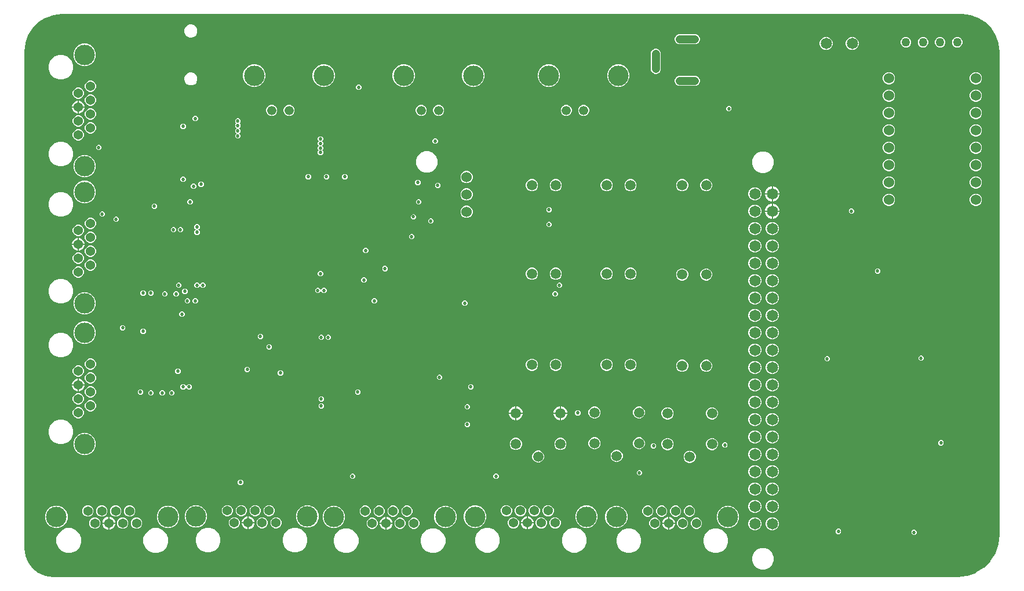
<source format=gbr>
G04 EAGLE Gerber RS-274X export*
G75*
%MOMM*%
%FSLAX34Y34*%
%LPD*%
%INCopper Layer 15*%
%IPPOS*%
%AMOC8*
5,1,8,0,0,1.08239X$1,22.5*%
G01*
G04 Define Apertures*
%ADD10C,1.500000*%
%ADD11C,1.524000*%
%ADD12C,1.335000*%
%ADD13C,3.000000*%
%ADD14C,1.371600*%
%ADD15C,1.200000*%
%ADD16C,1.260000*%
%ADD17C,1.650000*%
%ADD18C,0.525000*%
G36*
X1370386Y17807D02*
X1370301Y17802D01*
X48210Y17802D01*
X48111Y17809D01*
X37612Y19191D01*
X37419Y19242D01*
X27636Y23295D01*
X27463Y23394D01*
X19062Y29841D01*
X18921Y29982D01*
X12474Y38383D01*
X12375Y38556D01*
X8322Y48339D01*
X8271Y48532D01*
X6889Y59031D01*
X6882Y59130D01*
X6882Y786518D01*
X6887Y786603D01*
X8234Y798561D01*
X8272Y798728D01*
X12246Y810086D01*
X12321Y810240D01*
X18723Y820429D01*
X18829Y820562D01*
X27338Y829071D01*
X27471Y829177D01*
X37661Y835580D01*
X37814Y835654D01*
X49172Y839628D01*
X49339Y839666D01*
X61297Y841013D01*
X61382Y841018D01*
X1377068Y841018D01*
X1377153Y841013D01*
X1389111Y839666D01*
X1389278Y839628D01*
X1400636Y835654D01*
X1400790Y835580D01*
X1410979Y829177D01*
X1411112Y829071D01*
X1419621Y820562D01*
X1419727Y820429D01*
X1426130Y810240D01*
X1426204Y810086D01*
X1430178Y798728D01*
X1430216Y798561D01*
X1431563Y786603D01*
X1431568Y786518D01*
X1431568Y79069D01*
X1431563Y78984D01*
X1430046Y65520D01*
X1430008Y65354D01*
X1425533Y52565D01*
X1425459Y52412D01*
X1418251Y40939D01*
X1418144Y40806D01*
X1408564Y31226D01*
X1408431Y31119D01*
X1396958Y23911D01*
X1396805Y23837D01*
X1384016Y19362D01*
X1383850Y19324D01*
X1370386Y17807D01*
G37*
%LPC*%
G36*
X248064Y806878D02*
X251856Y806878D01*
X255359Y808329D01*
X258041Y811011D01*
X259492Y814514D01*
X259492Y818306D01*
X258041Y821809D01*
X255359Y824491D01*
X251856Y825942D01*
X248064Y825942D01*
X244561Y824491D01*
X241879Y821809D01*
X240428Y818306D01*
X240428Y814514D01*
X241879Y811011D01*
X244561Y808329D01*
X248064Y806878D01*
G37*
G36*
X962964Y797100D02*
X987856Y797100D01*
X990528Y798207D01*
X992573Y800252D01*
X993680Y802924D01*
X993680Y805816D01*
X992573Y808488D01*
X990528Y810533D01*
X987856Y811640D01*
X962964Y811640D01*
X960292Y810533D01*
X958247Y808488D01*
X957140Y805816D01*
X957140Y802924D01*
X958247Y800252D01*
X960292Y798207D01*
X962964Y797100D01*
G37*
G36*
X1214536Y788570D02*
X1218324Y788570D01*
X1221823Y790019D01*
X1224501Y792697D01*
X1225950Y796196D01*
X1225950Y799984D01*
X1224501Y803483D01*
X1221823Y806161D01*
X1218324Y807610D01*
X1214536Y807610D01*
X1211037Y806161D01*
X1208359Y803483D01*
X1206910Y799984D01*
X1206910Y796196D01*
X1208359Y792697D01*
X1211037Y790019D01*
X1214536Y788570D01*
G37*
G36*
X1176436Y788570D02*
X1180224Y788570D01*
X1183723Y790019D01*
X1186401Y792697D01*
X1187850Y796196D01*
X1187850Y799984D01*
X1186401Y803483D01*
X1183723Y806161D01*
X1180224Y807610D01*
X1176436Y807610D01*
X1172937Y806161D01*
X1170259Y803483D01*
X1168810Y799984D01*
X1168810Y796196D01*
X1170259Y792697D01*
X1172937Y790019D01*
X1176436Y788570D01*
G37*
G36*
X1368364Y792300D02*
X1371376Y792300D01*
X1374158Y793452D01*
X1376288Y795582D01*
X1377440Y798364D01*
X1377440Y801376D01*
X1376288Y804158D01*
X1374158Y806288D01*
X1371376Y807440D01*
X1368364Y807440D01*
X1365582Y806288D01*
X1363452Y804158D01*
X1362300Y801376D01*
X1362300Y798364D01*
X1363452Y795582D01*
X1365582Y793452D01*
X1368364Y792300D01*
G37*
G36*
X1343364Y792300D02*
X1346376Y792300D01*
X1349158Y793452D01*
X1351288Y795582D01*
X1352440Y798364D01*
X1352440Y801376D01*
X1351288Y804158D01*
X1349158Y806288D01*
X1346376Y807440D01*
X1343364Y807440D01*
X1340582Y806288D01*
X1338452Y804158D01*
X1337300Y801376D01*
X1337300Y798364D01*
X1338452Y795582D01*
X1340582Y793452D01*
X1343364Y792300D01*
G37*
G36*
X1318364Y792300D02*
X1321376Y792300D01*
X1324158Y793452D01*
X1326288Y795582D01*
X1327440Y798364D01*
X1327440Y801376D01*
X1326288Y804158D01*
X1324158Y806288D01*
X1321376Y807440D01*
X1318364Y807440D01*
X1315582Y806288D01*
X1313452Y804158D01*
X1312300Y801376D01*
X1312300Y798364D01*
X1313452Y795582D01*
X1315582Y793452D01*
X1318364Y792300D01*
G37*
G36*
X1293364Y792300D02*
X1296376Y792300D01*
X1299158Y793452D01*
X1301288Y795582D01*
X1302440Y798364D01*
X1302440Y801376D01*
X1301288Y804158D01*
X1299158Y806288D01*
X1296376Y807440D01*
X1293364Y807440D01*
X1290582Y806288D01*
X1288452Y804158D01*
X1287300Y801376D01*
X1287300Y798364D01*
X1288452Y795582D01*
X1290582Y793452D01*
X1293364Y792300D01*
G37*
G36*
X91574Y765230D02*
X98046Y765230D01*
X104026Y767707D01*
X108603Y772284D01*
X111080Y778264D01*
X111080Y784736D01*
X108603Y790716D01*
X104026Y795293D01*
X98046Y797770D01*
X91574Y797770D01*
X85594Y795293D01*
X81017Y790716D01*
X78540Y784736D01*
X78540Y778264D01*
X81017Y772284D01*
X85594Y767707D01*
X91574Y765230D01*
G37*
G36*
X927964Y753600D02*
X930856Y753600D01*
X933528Y754707D01*
X935573Y756752D01*
X936680Y759424D01*
X936680Y784316D01*
X935573Y786988D01*
X933528Y789033D01*
X930856Y790140D01*
X927964Y790140D01*
X925292Y789033D01*
X923247Y786988D01*
X922140Y784316D01*
X922140Y759424D01*
X923247Y756752D01*
X925292Y754707D01*
X927964Y753600D01*
G37*
G36*
X56633Y745468D02*
X63807Y745468D01*
X70434Y748213D01*
X75507Y753286D01*
X78252Y759913D01*
X78252Y767087D01*
X75507Y773714D01*
X70434Y778787D01*
X63807Y781532D01*
X56633Y781532D01*
X50006Y778787D01*
X44933Y773714D01*
X42188Y767087D01*
X42188Y759913D01*
X44933Y753286D01*
X50006Y748213D01*
X56633Y745468D01*
G37*
G36*
X871564Y734830D02*
X878036Y734830D01*
X884016Y737307D01*
X888593Y741884D01*
X891070Y747864D01*
X891070Y754336D01*
X888593Y760316D01*
X884016Y764893D01*
X878036Y767370D01*
X871564Y767370D01*
X865584Y764893D01*
X861007Y760316D01*
X858530Y754336D01*
X858530Y747864D01*
X861007Y741884D01*
X865584Y737307D01*
X871564Y734830D01*
G37*
G36*
X769964Y734830D02*
X776436Y734830D01*
X782416Y737307D01*
X786993Y741884D01*
X789470Y747864D01*
X789470Y754336D01*
X786993Y760316D01*
X782416Y764893D01*
X776436Y767370D01*
X769964Y767370D01*
X763984Y764893D01*
X759407Y760316D01*
X756930Y754336D01*
X756930Y747864D01*
X759407Y741884D01*
X763984Y737307D01*
X769964Y734830D01*
G37*
G36*
X659474Y734830D02*
X665946Y734830D01*
X671926Y737307D01*
X676503Y741884D01*
X678980Y747864D01*
X678980Y754336D01*
X676503Y760316D01*
X671926Y764893D01*
X665946Y767370D01*
X659474Y767370D01*
X653494Y764893D01*
X648917Y760316D01*
X646440Y754336D01*
X646440Y747864D01*
X648917Y741884D01*
X653494Y737307D01*
X659474Y734830D01*
G37*
G36*
X557874Y734830D02*
X564346Y734830D01*
X570326Y737307D01*
X574903Y741884D01*
X577380Y747864D01*
X577380Y754336D01*
X574903Y760316D01*
X570326Y764893D01*
X564346Y767370D01*
X557874Y767370D01*
X551894Y764893D01*
X547317Y760316D01*
X544840Y754336D01*
X544840Y747864D01*
X547317Y741884D01*
X551894Y737307D01*
X557874Y734830D01*
G37*
G36*
X441034Y734830D02*
X447506Y734830D01*
X453486Y737307D01*
X458063Y741884D01*
X460540Y747864D01*
X460540Y754336D01*
X458063Y760316D01*
X453486Y764893D01*
X447506Y767370D01*
X441034Y767370D01*
X435054Y764893D01*
X430477Y760316D01*
X428000Y754336D01*
X428000Y747864D01*
X430477Y741884D01*
X435054Y737307D01*
X441034Y734830D01*
G37*
G36*
X339434Y734830D02*
X345906Y734830D01*
X351886Y737307D01*
X356463Y741884D01*
X358940Y747864D01*
X358940Y754336D01*
X356463Y760316D01*
X351886Y764893D01*
X345906Y767370D01*
X339434Y767370D01*
X333454Y764893D01*
X328877Y760316D01*
X326400Y754336D01*
X326400Y747864D01*
X328877Y741884D01*
X333454Y737307D01*
X339434Y734830D01*
G37*
G36*
X1395002Y738400D02*
X1398538Y738400D01*
X1401806Y739753D01*
X1404307Y742254D01*
X1405660Y745522D01*
X1405660Y749058D01*
X1404307Y752326D01*
X1401806Y754827D01*
X1398538Y756180D01*
X1395002Y756180D01*
X1391734Y754827D01*
X1389233Y752326D01*
X1387880Y749058D01*
X1387880Y745522D01*
X1389233Y742254D01*
X1391734Y739753D01*
X1395002Y738400D01*
G37*
G36*
X1268002Y738400D02*
X1271538Y738400D01*
X1274806Y739753D01*
X1277307Y742254D01*
X1278660Y745522D01*
X1278660Y749058D01*
X1277307Y752326D01*
X1274806Y754827D01*
X1271538Y756180D01*
X1268002Y756180D01*
X1264734Y754827D01*
X1262233Y752326D01*
X1260880Y749058D01*
X1260880Y745522D01*
X1262233Y742254D01*
X1264734Y739753D01*
X1268002Y738400D01*
G37*
G36*
X248064Y736878D02*
X251856Y736878D01*
X255359Y738329D01*
X258041Y741011D01*
X259492Y744514D01*
X259492Y748306D01*
X258041Y751809D01*
X255359Y754491D01*
X251856Y755942D01*
X248064Y755942D01*
X244561Y754491D01*
X241879Y751809D01*
X240428Y748306D01*
X240428Y744514D01*
X241879Y741011D01*
X244561Y738329D01*
X248064Y736878D01*
G37*
G36*
X962964Y736100D02*
X987856Y736100D01*
X990528Y737207D01*
X992573Y739252D01*
X993680Y741924D01*
X993680Y744816D01*
X992573Y747488D01*
X990528Y749533D01*
X987856Y750640D01*
X962964Y750640D01*
X960292Y749533D01*
X958247Y747488D01*
X957140Y744816D01*
X957140Y741924D01*
X958247Y739252D01*
X960292Y737207D01*
X962964Y736100D01*
G37*
G36*
X101783Y727432D02*
X105017Y727432D01*
X108004Y728669D01*
X110291Y730956D01*
X111528Y733943D01*
X111528Y737177D01*
X110291Y740164D01*
X108004Y742451D01*
X105017Y743688D01*
X101783Y743688D01*
X98796Y742451D01*
X96509Y740164D01*
X95272Y737177D01*
X95272Y733943D01*
X96509Y730956D01*
X98796Y728669D01*
X101783Y727432D01*
G37*
G36*
X493687Y730165D02*
X496913Y730165D01*
X499195Y732447D01*
X499195Y735673D01*
X496913Y737955D01*
X493687Y737955D01*
X491405Y735673D01*
X491405Y732447D01*
X493687Y730165D01*
G37*
G36*
X84003Y717272D02*
X87237Y717272D01*
X90224Y718509D01*
X92511Y720796D01*
X93748Y723783D01*
X93748Y727017D01*
X92511Y730004D01*
X90224Y732291D01*
X87237Y733528D01*
X84003Y733528D01*
X81016Y732291D01*
X78729Y730004D01*
X77492Y727017D01*
X77492Y723783D01*
X78729Y720796D01*
X81016Y718509D01*
X84003Y717272D01*
G37*
G36*
X1395002Y713000D02*
X1398538Y713000D01*
X1401806Y714353D01*
X1404307Y716854D01*
X1405660Y720122D01*
X1405660Y723658D01*
X1404307Y726926D01*
X1401806Y729427D01*
X1398538Y730780D01*
X1395002Y730780D01*
X1391734Y729427D01*
X1389233Y726926D01*
X1387880Y723658D01*
X1387880Y720122D01*
X1389233Y716854D01*
X1391734Y714353D01*
X1395002Y713000D01*
G37*
G36*
X1268002Y713000D02*
X1271538Y713000D01*
X1274806Y714353D01*
X1277307Y716854D01*
X1278660Y720122D01*
X1278660Y723658D01*
X1277307Y726926D01*
X1274806Y729427D01*
X1271538Y730780D01*
X1268002Y730780D01*
X1264734Y729427D01*
X1262233Y726926D01*
X1260880Y723658D01*
X1260880Y720122D01*
X1262233Y716854D01*
X1264734Y714353D01*
X1268002Y713000D01*
G37*
G36*
X101783Y707112D02*
X105017Y707112D01*
X108004Y708349D01*
X110291Y710636D01*
X111528Y713623D01*
X111528Y716857D01*
X110291Y719844D01*
X108004Y722131D01*
X105017Y723368D01*
X101783Y723368D01*
X98796Y722131D01*
X96509Y719844D01*
X95272Y716857D01*
X95272Y713623D01*
X96509Y710636D01*
X98796Y708349D01*
X101783Y707112D01*
G37*
G36*
X76222Y705842D02*
X84858Y705842D01*
X84858Y714478D01*
X83751Y714478D01*
X80296Y713047D01*
X77653Y710404D01*
X76222Y706949D01*
X76222Y705842D01*
G37*
G36*
X86382Y705842D02*
X95018Y705842D01*
X95018Y706949D01*
X93587Y710404D01*
X90944Y713047D01*
X87489Y714478D01*
X86382Y714478D01*
X86382Y705842D01*
G37*
G36*
X822420Y692355D02*
X825580Y692355D01*
X828501Y693565D01*
X830735Y695800D01*
X831945Y698720D01*
X831945Y701880D01*
X830735Y704801D01*
X828501Y707035D01*
X825580Y708245D01*
X822420Y708245D01*
X819500Y707035D01*
X817265Y704801D01*
X816055Y701880D01*
X816055Y698720D01*
X817265Y695800D01*
X819500Y693565D01*
X822420Y692355D01*
G37*
G36*
X797020Y692355D02*
X800180Y692355D01*
X803101Y693565D01*
X805335Y695800D01*
X806545Y698720D01*
X806545Y701880D01*
X805335Y704801D01*
X803101Y707035D01*
X800180Y708245D01*
X797020Y708245D01*
X794100Y707035D01*
X791865Y704801D01*
X790655Y701880D01*
X790655Y698720D01*
X791865Y695800D01*
X794100Y693565D01*
X797020Y692355D01*
G37*
G36*
X610330Y692355D02*
X613490Y692355D01*
X616411Y693565D01*
X618645Y695800D01*
X619855Y698720D01*
X619855Y701880D01*
X618645Y704801D01*
X616411Y707035D01*
X613490Y708245D01*
X610330Y708245D01*
X607410Y707035D01*
X605175Y704801D01*
X603965Y701880D01*
X603965Y698720D01*
X605175Y695800D01*
X607410Y693565D01*
X610330Y692355D01*
G37*
G36*
X584930Y692355D02*
X588090Y692355D01*
X591011Y693565D01*
X593245Y695800D01*
X594455Y698720D01*
X594455Y701880D01*
X593245Y704801D01*
X591011Y707035D01*
X588090Y708245D01*
X584930Y708245D01*
X582010Y707035D01*
X579775Y704801D01*
X578565Y701880D01*
X578565Y698720D01*
X579775Y695800D01*
X582010Y693565D01*
X584930Y692355D01*
G37*
G36*
X391890Y692355D02*
X395050Y692355D01*
X397971Y693565D01*
X400205Y695800D01*
X401415Y698720D01*
X401415Y701880D01*
X400205Y704801D01*
X397971Y707035D01*
X395050Y708245D01*
X391890Y708245D01*
X388970Y707035D01*
X386735Y704801D01*
X385525Y701880D01*
X385525Y698720D01*
X386735Y695800D01*
X388970Y693565D01*
X391890Y692355D01*
G37*
G36*
X366490Y692355D02*
X369650Y692355D01*
X372571Y693565D01*
X374805Y695800D01*
X376015Y698720D01*
X376015Y701880D01*
X374805Y704801D01*
X372571Y707035D01*
X369650Y708245D01*
X366490Y708245D01*
X363570Y707035D01*
X361335Y704801D01*
X360125Y701880D01*
X360125Y698720D01*
X361335Y695800D01*
X363570Y693565D01*
X366490Y692355D01*
G37*
G36*
X1034477Y698945D02*
X1037703Y698945D01*
X1039985Y701227D01*
X1039985Y704453D01*
X1037703Y706735D01*
X1034477Y706735D01*
X1032195Y704453D01*
X1032195Y701227D01*
X1034477Y698945D01*
G37*
G36*
X1395002Y687600D02*
X1398538Y687600D01*
X1401806Y688953D01*
X1404307Y691454D01*
X1405660Y694722D01*
X1405660Y698258D01*
X1404307Y701526D01*
X1401806Y704027D01*
X1398538Y705380D01*
X1395002Y705380D01*
X1391734Y704027D01*
X1389233Y701526D01*
X1387880Y698258D01*
X1387880Y694722D01*
X1389233Y691454D01*
X1391734Y688953D01*
X1395002Y687600D01*
G37*
G36*
X1268002Y687600D02*
X1271538Y687600D01*
X1274806Y688953D01*
X1277307Y691454D01*
X1278660Y694722D01*
X1278660Y698258D01*
X1277307Y701526D01*
X1274806Y704027D01*
X1271538Y705380D01*
X1268002Y705380D01*
X1264734Y704027D01*
X1262233Y701526D01*
X1260880Y698258D01*
X1260880Y694722D01*
X1262233Y691454D01*
X1264734Y688953D01*
X1268002Y687600D01*
G37*
G36*
X86382Y695682D02*
X87489Y695682D01*
X90944Y697113D01*
X93587Y699756D01*
X95018Y703211D01*
X95018Y704318D01*
X86382Y704318D01*
X86382Y695682D01*
G37*
G36*
X83751Y695682D02*
X84858Y695682D01*
X84858Y704318D01*
X76222Y704318D01*
X76222Y703211D01*
X77653Y699756D01*
X80296Y697113D01*
X83751Y695682D01*
G37*
G36*
X101783Y686792D02*
X105017Y686792D01*
X108004Y688029D01*
X110291Y690316D01*
X111528Y693303D01*
X111528Y696537D01*
X110291Y699524D01*
X108004Y701811D01*
X105017Y703048D01*
X101783Y703048D01*
X98796Y701811D01*
X96509Y699524D01*
X95272Y696537D01*
X95272Y693303D01*
X96509Y690316D01*
X98796Y688029D01*
X101783Y686792D01*
G37*
G36*
X84003Y676632D02*
X87237Y676632D01*
X90224Y677869D01*
X92511Y680156D01*
X93748Y683143D01*
X93748Y686377D01*
X92511Y689364D01*
X90224Y691651D01*
X87237Y692888D01*
X84003Y692888D01*
X81016Y691651D01*
X78729Y689364D01*
X77492Y686377D01*
X77492Y683143D01*
X78729Y680156D01*
X81016Y677869D01*
X84003Y676632D01*
G37*
G36*
X254927Y684445D02*
X258153Y684445D01*
X260435Y686727D01*
X260435Y689953D01*
X258153Y692235D01*
X254927Y692235D01*
X252645Y689953D01*
X252645Y686727D01*
X254927Y684445D01*
G37*
G36*
X317157Y659045D02*
X320383Y659045D01*
X322665Y661327D01*
X322665Y664553D01*
X321007Y666211D01*
X320849Y666442D01*
X320784Y666738D01*
X320840Y667036D01*
X321007Y667289D01*
X322665Y668947D01*
X322665Y672173D01*
X321007Y673831D01*
X320849Y674062D01*
X320784Y674358D01*
X320840Y674656D01*
X321007Y674909D01*
X322665Y676567D01*
X322665Y679793D01*
X321557Y680901D01*
X321399Y681132D01*
X321334Y681428D01*
X321390Y681726D01*
X321557Y681979D01*
X322698Y683120D01*
X322698Y686346D01*
X320416Y688628D01*
X317190Y688628D01*
X314908Y686346D01*
X314908Y683120D01*
X316016Y682012D01*
X316174Y681781D01*
X316239Y681485D01*
X316183Y681187D01*
X316016Y680934D01*
X314875Y679793D01*
X314875Y676567D01*
X316533Y674909D01*
X316691Y674678D01*
X316756Y674382D01*
X316700Y674084D01*
X316533Y673831D01*
X314875Y672173D01*
X314875Y668947D01*
X316533Y667289D01*
X316691Y667058D01*
X316756Y666762D01*
X316700Y666464D01*
X316533Y666211D01*
X314875Y664553D01*
X314875Y661327D01*
X317157Y659045D01*
G37*
G36*
X101783Y666472D02*
X105017Y666472D01*
X108004Y667709D01*
X110291Y669996D01*
X111528Y672983D01*
X111528Y676217D01*
X110291Y679204D01*
X108004Y681491D01*
X105017Y682728D01*
X101783Y682728D01*
X98796Y681491D01*
X96509Y679204D01*
X95272Y676217D01*
X95272Y672983D01*
X96509Y669996D01*
X98796Y667709D01*
X101783Y666472D01*
G37*
G36*
X237147Y673015D02*
X240373Y673015D01*
X242655Y675297D01*
X242655Y678523D01*
X240373Y680805D01*
X237147Y680805D01*
X234865Y678523D01*
X234865Y675297D01*
X237147Y673015D01*
G37*
G36*
X1395002Y662200D02*
X1398538Y662200D01*
X1401806Y663553D01*
X1404307Y666054D01*
X1405660Y669322D01*
X1405660Y672858D01*
X1404307Y676126D01*
X1401806Y678627D01*
X1398538Y679980D01*
X1395002Y679980D01*
X1391734Y678627D01*
X1389233Y676126D01*
X1387880Y672858D01*
X1387880Y669322D01*
X1389233Y666054D01*
X1391734Y663553D01*
X1395002Y662200D01*
G37*
G36*
X1268002Y662200D02*
X1271538Y662200D01*
X1274806Y663553D01*
X1277307Y666054D01*
X1278660Y669322D01*
X1278660Y672858D01*
X1277307Y676126D01*
X1274806Y678627D01*
X1271538Y679980D01*
X1268002Y679980D01*
X1264734Y678627D01*
X1262233Y676126D01*
X1260880Y672858D01*
X1260880Y669322D01*
X1262233Y666054D01*
X1264734Y663553D01*
X1268002Y662200D01*
G37*
G36*
X84003Y656312D02*
X87237Y656312D01*
X90224Y657549D01*
X92511Y659836D01*
X93748Y662823D01*
X93748Y666057D01*
X92511Y669044D01*
X90224Y671331D01*
X87237Y672568D01*
X84003Y672568D01*
X81016Y671331D01*
X78729Y669044D01*
X77492Y666057D01*
X77492Y662823D01*
X78729Y659836D01*
X81016Y657549D01*
X84003Y656312D01*
G37*
G36*
X437840Y634882D02*
X441066Y634882D01*
X443348Y637164D01*
X443348Y640390D01*
X442240Y641498D01*
X442082Y641729D01*
X442017Y642025D01*
X442073Y642323D01*
X442240Y642576D01*
X443348Y643684D01*
X443348Y646910D01*
X442240Y648018D01*
X442082Y648249D01*
X442017Y648545D01*
X442073Y648843D01*
X442240Y649096D01*
X443348Y650204D01*
X443348Y653430D01*
X442207Y654571D01*
X442049Y654802D01*
X441984Y655098D01*
X442040Y655396D01*
X442207Y655649D01*
X443315Y656757D01*
X443315Y659983D01*
X441033Y662265D01*
X437807Y662265D01*
X435525Y659983D01*
X435525Y656757D01*
X436666Y655616D01*
X436824Y655385D01*
X436889Y655089D01*
X436833Y654791D01*
X436666Y654538D01*
X435558Y653430D01*
X435558Y650204D01*
X436666Y649096D01*
X436824Y648865D01*
X436889Y648569D01*
X436833Y648271D01*
X436666Y648018D01*
X435558Y646910D01*
X435558Y643684D01*
X436666Y642576D01*
X436824Y642345D01*
X436889Y642049D01*
X436833Y641751D01*
X436666Y641498D01*
X435558Y640390D01*
X435558Y637164D01*
X437840Y634882D01*
G37*
G36*
X605447Y651425D02*
X608673Y651425D01*
X610955Y653707D01*
X610955Y656933D01*
X608673Y659215D01*
X605447Y659215D01*
X603165Y656933D01*
X603165Y653707D01*
X605447Y651425D01*
G37*
G36*
X1395002Y636800D02*
X1398538Y636800D01*
X1401806Y638153D01*
X1404307Y640654D01*
X1405660Y643922D01*
X1405660Y647458D01*
X1404307Y650726D01*
X1401806Y653227D01*
X1398538Y654580D01*
X1395002Y654580D01*
X1391734Y653227D01*
X1389233Y650726D01*
X1387880Y647458D01*
X1387880Y643922D01*
X1389233Y640654D01*
X1391734Y638153D01*
X1395002Y636800D01*
G37*
G36*
X1268002Y636800D02*
X1271538Y636800D01*
X1274806Y638153D01*
X1277307Y640654D01*
X1278660Y643922D01*
X1278660Y647458D01*
X1277307Y650726D01*
X1274806Y653227D01*
X1271538Y654580D01*
X1268002Y654580D01*
X1264734Y653227D01*
X1262233Y650726D01*
X1260880Y647458D01*
X1260880Y643922D01*
X1262233Y640654D01*
X1264734Y638153D01*
X1268002Y636800D01*
G37*
G36*
X56633Y618468D02*
X63807Y618468D01*
X70434Y621213D01*
X75507Y626286D01*
X78252Y632913D01*
X78252Y640087D01*
X75507Y646714D01*
X70434Y651787D01*
X63807Y654532D01*
X56633Y654532D01*
X50006Y651787D01*
X44933Y646714D01*
X42188Y640087D01*
X42188Y632913D01*
X44933Y626286D01*
X50006Y621213D01*
X56633Y618468D01*
G37*
G36*
X113957Y642112D02*
X117183Y642112D01*
X119465Y644394D01*
X119465Y647620D01*
X117183Y649902D01*
X113957Y649902D01*
X111675Y647620D01*
X111675Y644394D01*
X113957Y642112D01*
G37*
G36*
X591711Y608988D02*
X597989Y608988D01*
X603790Y611391D01*
X608229Y615830D01*
X610632Y621631D01*
X610632Y627909D01*
X608229Y633710D01*
X603790Y638149D01*
X597989Y640552D01*
X591711Y640552D01*
X585910Y638149D01*
X581471Y633710D01*
X579068Y627909D01*
X579068Y621631D01*
X581471Y615830D01*
X585910Y611391D01*
X591711Y608988D01*
G37*
G36*
X1082711Y608668D02*
X1088989Y608668D01*
X1094790Y611071D01*
X1099229Y615510D01*
X1101632Y621311D01*
X1101632Y627589D01*
X1099229Y633390D01*
X1094790Y637829D01*
X1088989Y640232D01*
X1082711Y640232D01*
X1076910Y637829D01*
X1072471Y633390D01*
X1070068Y627589D01*
X1070068Y621311D01*
X1072471Y615510D01*
X1076910Y611071D01*
X1082711Y608668D01*
G37*
G36*
X91574Y602230D02*
X98046Y602230D01*
X104026Y604707D01*
X108603Y609284D01*
X111080Y615264D01*
X111080Y621736D01*
X108603Y627716D01*
X104026Y632293D01*
X98046Y634770D01*
X91574Y634770D01*
X85594Y632293D01*
X81017Y627716D01*
X78540Y621736D01*
X78540Y615264D01*
X81017Y609284D01*
X85594Y604707D01*
X91574Y602230D01*
G37*
G36*
X1395002Y611400D02*
X1398538Y611400D01*
X1401806Y612753D01*
X1404307Y615254D01*
X1405660Y618522D01*
X1405660Y622058D01*
X1404307Y625326D01*
X1401806Y627827D01*
X1398538Y629180D01*
X1395002Y629180D01*
X1391734Y627827D01*
X1389233Y625326D01*
X1387880Y622058D01*
X1387880Y618522D01*
X1389233Y615254D01*
X1391734Y612753D01*
X1395002Y611400D01*
G37*
G36*
X1268002Y611400D02*
X1271538Y611400D01*
X1274806Y612753D01*
X1277307Y615254D01*
X1278660Y618522D01*
X1278660Y622058D01*
X1277307Y625326D01*
X1274806Y627827D01*
X1271538Y629180D01*
X1268002Y629180D01*
X1264734Y627827D01*
X1262233Y625326D01*
X1260880Y622058D01*
X1260880Y618522D01*
X1262233Y615254D01*
X1264734Y612753D01*
X1268002Y611400D01*
G37*
G36*
X651242Y594030D02*
X654778Y594030D01*
X658046Y595383D01*
X660547Y597884D01*
X661900Y601152D01*
X661900Y604688D01*
X660547Y607956D01*
X658046Y610457D01*
X654778Y611810D01*
X651242Y611810D01*
X647974Y610457D01*
X645473Y607956D01*
X644120Y604688D01*
X644120Y601152D01*
X645473Y597884D01*
X647974Y595383D01*
X651242Y594030D01*
G37*
G36*
X473367Y599355D02*
X476593Y599355D01*
X478875Y601637D01*
X478875Y604863D01*
X476593Y607145D01*
X473367Y607145D01*
X471085Y604863D01*
X471085Y601637D01*
X473367Y599355D01*
G37*
G36*
X446697Y599355D02*
X449923Y599355D01*
X452205Y601637D01*
X452205Y604863D01*
X449923Y607145D01*
X446697Y607145D01*
X444415Y604863D01*
X444415Y601637D01*
X446697Y599355D01*
G37*
G36*
X420027Y599355D02*
X423253Y599355D01*
X425535Y601637D01*
X425535Y604863D01*
X423253Y607145D01*
X420027Y607145D01*
X417745Y604863D01*
X417745Y601637D01*
X420027Y599355D01*
G37*
G36*
X1268002Y586000D02*
X1271538Y586000D01*
X1274806Y587353D01*
X1277307Y589854D01*
X1278660Y593122D01*
X1278660Y596658D01*
X1277307Y599926D01*
X1274806Y602427D01*
X1271538Y603780D01*
X1268002Y603780D01*
X1264734Y602427D01*
X1262233Y599926D01*
X1260880Y596658D01*
X1260880Y593122D01*
X1262233Y589854D01*
X1264734Y587353D01*
X1268002Y586000D01*
G37*
G36*
X1395002Y586000D02*
X1398538Y586000D01*
X1401806Y587353D01*
X1404307Y589854D01*
X1405660Y593122D01*
X1405660Y596658D01*
X1404307Y599926D01*
X1401806Y602427D01*
X1398538Y603780D01*
X1395002Y603780D01*
X1391734Y602427D01*
X1389233Y599926D01*
X1387880Y596658D01*
X1387880Y593122D01*
X1389233Y589854D01*
X1391734Y587353D01*
X1395002Y586000D01*
G37*
G36*
X237147Y595545D02*
X240373Y595545D01*
X242655Y597827D01*
X242655Y601053D01*
X240373Y603335D01*
X237147Y603335D01*
X234865Y601053D01*
X234865Y597827D01*
X237147Y595545D01*
G37*
G36*
X1001246Y582130D02*
X1004734Y582130D01*
X1007958Y583465D01*
X1010425Y585932D01*
X1011760Y589156D01*
X1011760Y592644D01*
X1010425Y595868D01*
X1007958Y598335D01*
X1004734Y599670D01*
X1001246Y599670D01*
X998022Y598335D01*
X995555Y595868D01*
X994220Y592644D01*
X994220Y589156D01*
X995555Y585932D01*
X998022Y583465D01*
X1001246Y582130D01*
G37*
G36*
X966246Y582130D02*
X969734Y582130D01*
X972958Y583465D01*
X975425Y585932D01*
X976760Y589156D01*
X976760Y592644D01*
X975425Y595868D01*
X972958Y598335D01*
X969734Y599670D01*
X966246Y599670D01*
X963022Y598335D01*
X960555Y595868D01*
X959220Y592644D01*
X959220Y589156D01*
X960555Y585932D01*
X963022Y583465D01*
X966246Y582130D01*
G37*
G36*
X890756Y582130D02*
X894244Y582130D01*
X897468Y583465D01*
X899935Y585932D01*
X901270Y589156D01*
X901270Y592644D01*
X899935Y595868D01*
X897468Y598335D01*
X894244Y599670D01*
X890756Y599670D01*
X887532Y598335D01*
X885065Y595868D01*
X883730Y592644D01*
X883730Y589156D01*
X885065Y585932D01*
X887532Y583465D01*
X890756Y582130D01*
G37*
G36*
X855756Y582130D02*
X859244Y582130D01*
X862468Y583465D01*
X864935Y585932D01*
X866270Y589156D01*
X866270Y592644D01*
X864935Y595868D01*
X862468Y598335D01*
X859244Y599670D01*
X855756Y599670D01*
X852532Y598335D01*
X850065Y595868D01*
X848730Y592644D01*
X848730Y589156D01*
X850065Y585932D01*
X852532Y583465D01*
X855756Y582130D01*
G37*
G36*
X781536Y582130D02*
X785024Y582130D01*
X788248Y583465D01*
X790715Y585932D01*
X792050Y589156D01*
X792050Y592644D01*
X790715Y595868D01*
X788248Y598335D01*
X785024Y599670D01*
X781536Y599670D01*
X778312Y598335D01*
X775845Y595868D01*
X774510Y592644D01*
X774510Y589156D01*
X775845Y585932D01*
X778312Y583465D01*
X781536Y582130D01*
G37*
G36*
X746536Y582130D02*
X750024Y582130D01*
X753248Y583465D01*
X755715Y585932D01*
X757050Y589156D01*
X757050Y592644D01*
X755715Y595868D01*
X753248Y598335D01*
X750024Y599670D01*
X746536Y599670D01*
X743312Y598335D01*
X740845Y595868D01*
X739510Y592644D01*
X739510Y589156D01*
X740845Y585932D01*
X743312Y583465D01*
X746536Y582130D01*
G37*
G36*
X580047Y590761D02*
X583273Y590761D01*
X585555Y593043D01*
X585555Y596269D01*
X583273Y598551D01*
X580047Y598551D01*
X577765Y596269D01*
X577765Y593043D01*
X580047Y590761D01*
G37*
G36*
X91574Y564570D02*
X98046Y564570D01*
X104026Y567047D01*
X108603Y571624D01*
X111080Y577604D01*
X111080Y584076D01*
X108603Y590056D01*
X104026Y594633D01*
X98046Y597110D01*
X91574Y597110D01*
X85594Y594633D01*
X81017Y590056D01*
X78540Y584076D01*
X78540Y577604D01*
X81017Y571624D01*
X85594Y567047D01*
X91574Y564570D01*
G37*
G36*
X263443Y588420D02*
X266670Y588420D01*
X268952Y590702D01*
X268952Y593928D01*
X266670Y596210D01*
X263443Y596210D01*
X261162Y593928D01*
X261162Y590702D01*
X263443Y588420D01*
G37*
G36*
X609257Y586655D02*
X612483Y586655D01*
X614765Y588937D01*
X614765Y592163D01*
X612483Y594445D01*
X609257Y594445D01*
X606975Y592163D01*
X606975Y588937D01*
X609257Y586655D01*
G37*
G36*
X252387Y585385D02*
X255613Y585385D01*
X257895Y587667D01*
X257895Y590893D01*
X255613Y593175D01*
X252387Y593175D01*
X250105Y590893D01*
X250105Y587667D01*
X252387Y585385D01*
G37*
G36*
X1088760Y578992D02*
X1098788Y578992D01*
X1098788Y589020D01*
X1097404Y589020D01*
X1093438Y587377D01*
X1090403Y584342D01*
X1088760Y580376D01*
X1088760Y578992D01*
G37*
G36*
X1100312Y578992D02*
X1110340Y578992D01*
X1110340Y580376D01*
X1108697Y584342D01*
X1105662Y587377D01*
X1101696Y589020D01*
X1100312Y589020D01*
X1100312Y578992D01*
G37*
G36*
X1072256Y568710D02*
X1076044Y568710D01*
X1079543Y570159D01*
X1082221Y572837D01*
X1083670Y576336D01*
X1083670Y580124D01*
X1082221Y583623D01*
X1079543Y586301D01*
X1076044Y587750D01*
X1072256Y587750D01*
X1068757Y586301D01*
X1066079Y583623D01*
X1064630Y580124D01*
X1064630Y576336D01*
X1066079Y572837D01*
X1068757Y570159D01*
X1072256Y568710D01*
G37*
G36*
X651242Y568630D02*
X654778Y568630D01*
X658046Y569983D01*
X660547Y572484D01*
X661900Y575752D01*
X661900Y579288D01*
X660547Y582556D01*
X658046Y585057D01*
X654778Y586410D01*
X651242Y586410D01*
X647974Y585057D01*
X645473Y582556D01*
X644120Y579288D01*
X644120Y575752D01*
X645473Y572484D01*
X647974Y569983D01*
X651242Y568630D01*
G37*
G36*
X56633Y544808D02*
X63807Y544808D01*
X70434Y547553D01*
X75507Y552626D01*
X78252Y559253D01*
X78252Y566427D01*
X75507Y573054D01*
X70434Y578127D01*
X63807Y580872D01*
X56633Y580872D01*
X50006Y578127D01*
X44933Y573054D01*
X42188Y566427D01*
X42188Y559253D01*
X44933Y552626D01*
X50006Y547553D01*
X56633Y544808D01*
G37*
G36*
X1268002Y560600D02*
X1271538Y560600D01*
X1274806Y561953D01*
X1277307Y564454D01*
X1278660Y567722D01*
X1278660Y571258D01*
X1277307Y574526D01*
X1274806Y577027D01*
X1271538Y578380D01*
X1268002Y578380D01*
X1264734Y577027D01*
X1262233Y574526D01*
X1260880Y571258D01*
X1260880Y567722D01*
X1262233Y564454D01*
X1264734Y561953D01*
X1268002Y560600D01*
G37*
G36*
X1395002Y560600D02*
X1398538Y560600D01*
X1401806Y561953D01*
X1404307Y564454D01*
X1405660Y567722D01*
X1405660Y571258D01*
X1404307Y574526D01*
X1401806Y577027D01*
X1398538Y578380D01*
X1395002Y578380D01*
X1391734Y577027D01*
X1389233Y574526D01*
X1387880Y571258D01*
X1387880Y567722D01*
X1389233Y564454D01*
X1391734Y561953D01*
X1395002Y560600D01*
G37*
G36*
X1100312Y567440D02*
X1101696Y567440D01*
X1105662Y569083D01*
X1108697Y572118D01*
X1110340Y576084D01*
X1110340Y577468D01*
X1100312Y577468D01*
X1100312Y567440D01*
G37*
G36*
X1097404Y567440D02*
X1098788Y567440D01*
X1098788Y577468D01*
X1088760Y577468D01*
X1088760Y576084D01*
X1090403Y572118D01*
X1093438Y569083D01*
X1097404Y567440D01*
G37*
G36*
X247307Y562525D02*
X250533Y562525D01*
X252815Y564807D01*
X252815Y568033D01*
X250533Y570315D01*
X247307Y570315D01*
X245025Y568033D01*
X245025Y564807D01*
X247307Y562525D01*
G37*
G36*
X581317Y562525D02*
X584543Y562525D01*
X586825Y564807D01*
X586825Y568033D01*
X584543Y570315D01*
X581317Y570315D01*
X579035Y568033D01*
X579035Y564807D01*
X581317Y562525D01*
G37*
G36*
X195237Y556175D02*
X198463Y556175D01*
X200745Y558457D01*
X200745Y561683D01*
X198463Y563965D01*
X195237Y563965D01*
X192955Y561683D01*
X192955Y558457D01*
X195237Y556175D01*
G37*
G36*
X1088760Y553592D02*
X1098788Y553592D01*
X1098788Y563620D01*
X1097404Y563620D01*
X1093438Y561977D01*
X1090403Y558942D01*
X1088760Y554976D01*
X1088760Y553592D01*
G37*
G36*
X1100312Y553592D02*
X1110340Y553592D01*
X1110340Y554976D01*
X1108697Y558942D01*
X1105662Y561977D01*
X1101696Y563620D01*
X1100312Y563620D01*
X1100312Y553592D01*
G37*
G36*
X1072256Y543310D02*
X1076044Y543310D01*
X1079543Y544759D01*
X1082221Y547437D01*
X1083670Y550936D01*
X1083670Y554724D01*
X1082221Y558223D01*
X1079543Y560901D01*
X1076044Y562350D01*
X1072256Y562350D01*
X1068757Y560901D01*
X1066079Y558223D01*
X1064630Y554724D01*
X1064630Y550936D01*
X1066079Y547437D01*
X1068757Y544759D01*
X1072256Y543310D01*
G37*
G36*
X651242Y543230D02*
X654778Y543230D01*
X658046Y544583D01*
X660547Y547084D01*
X661900Y550352D01*
X661900Y553888D01*
X660547Y557156D01*
X658046Y559657D01*
X654778Y561010D01*
X651242Y561010D01*
X647974Y559657D01*
X645473Y557156D01*
X644120Y553888D01*
X644120Y550352D01*
X645473Y547084D01*
X647974Y544583D01*
X651242Y543230D01*
G37*
G36*
X771817Y551095D02*
X775043Y551095D01*
X777325Y553377D01*
X777325Y556603D01*
X775043Y558885D01*
X771817Y558885D01*
X769535Y556603D01*
X769535Y553377D01*
X771817Y551095D01*
G37*
G36*
X1213547Y549085D02*
X1216773Y549085D01*
X1219055Y551367D01*
X1219055Y554593D01*
X1216773Y556875D01*
X1213547Y556875D01*
X1211265Y554593D01*
X1211265Y551367D01*
X1213547Y549085D01*
G37*
G36*
X119037Y544745D02*
X122263Y544745D01*
X124545Y547027D01*
X124545Y550253D01*
X122263Y552535D01*
X119037Y552535D01*
X116755Y550253D01*
X116755Y547027D01*
X119037Y544745D01*
G37*
G36*
X1100312Y542040D02*
X1101696Y542040D01*
X1105662Y543683D01*
X1108697Y546718D01*
X1110340Y550684D01*
X1110340Y552068D01*
X1100312Y552068D01*
X1100312Y542040D01*
G37*
G36*
X1097404Y542040D02*
X1098788Y542040D01*
X1098788Y552068D01*
X1088760Y552068D01*
X1088760Y550684D01*
X1090403Y546718D01*
X1093438Y543683D01*
X1097404Y542040D01*
G37*
G36*
X573697Y540701D02*
X576923Y540701D01*
X579205Y542983D01*
X579205Y546209D01*
X576923Y548491D01*
X573697Y548491D01*
X571415Y546209D01*
X571415Y542983D01*
X573697Y540701D01*
G37*
G36*
X139357Y537125D02*
X142583Y537125D01*
X144865Y539407D01*
X144865Y542633D01*
X142583Y544915D01*
X139357Y544915D01*
X137075Y542633D01*
X137075Y539407D01*
X139357Y537125D01*
G37*
G36*
X101783Y526772D02*
X105017Y526772D01*
X108004Y528009D01*
X110291Y530296D01*
X111528Y533283D01*
X111528Y536517D01*
X110291Y539504D01*
X108004Y541791D01*
X105017Y543028D01*
X101783Y543028D01*
X98796Y541791D01*
X96509Y539504D01*
X95272Y536517D01*
X95272Y533283D01*
X96509Y530296D01*
X98796Y528009D01*
X101783Y526772D01*
G37*
G36*
X599097Y534585D02*
X602323Y534585D01*
X604605Y536867D01*
X604605Y540093D01*
X602323Y542375D01*
X599097Y542375D01*
X596815Y540093D01*
X596815Y536867D01*
X599097Y534585D01*
G37*
G36*
X771817Y529505D02*
X775043Y529505D01*
X777325Y531787D01*
X777325Y535013D01*
X775043Y537295D01*
X771817Y537295D01*
X769535Y535013D01*
X769535Y531787D01*
X771817Y529505D01*
G37*
G36*
X1097656Y517910D02*
X1101444Y517910D01*
X1104943Y519359D01*
X1107621Y522037D01*
X1109070Y525536D01*
X1109070Y529324D01*
X1107621Y532823D01*
X1104943Y535501D01*
X1101444Y536950D01*
X1097656Y536950D01*
X1094157Y535501D01*
X1091479Y532823D01*
X1090030Y529324D01*
X1090030Y525536D01*
X1091479Y522037D01*
X1094157Y519359D01*
X1097656Y517910D01*
G37*
G36*
X1072256Y517910D02*
X1076044Y517910D01*
X1079543Y519359D01*
X1082221Y522037D01*
X1083670Y525536D01*
X1083670Y529324D01*
X1082221Y532823D01*
X1079543Y535501D01*
X1076044Y536950D01*
X1072256Y536950D01*
X1068757Y535501D01*
X1066079Y532823D01*
X1064630Y529324D01*
X1064630Y525536D01*
X1066079Y522037D01*
X1068757Y519359D01*
X1072256Y517910D01*
G37*
G36*
X257578Y518075D02*
X260804Y518075D01*
X263086Y520357D01*
X263086Y523583D01*
X261376Y525294D01*
X261218Y525524D01*
X261152Y525820D01*
X261208Y526119D01*
X261376Y526371D01*
X263086Y528082D01*
X263086Y531309D01*
X260804Y533590D01*
X257578Y533590D01*
X255296Y531309D01*
X255296Y528082D01*
X257006Y526371D01*
X257164Y526141D01*
X257230Y525845D01*
X257174Y525547D01*
X257006Y525294D01*
X255296Y523583D01*
X255296Y520357D01*
X257578Y518075D01*
G37*
G36*
X84003Y516612D02*
X87237Y516612D01*
X90224Y517849D01*
X92511Y520136D01*
X93748Y523123D01*
X93748Y526357D01*
X92511Y529344D01*
X90224Y531631D01*
X87237Y532868D01*
X84003Y532868D01*
X81016Y531631D01*
X78729Y529344D01*
X77492Y526357D01*
X77492Y523123D01*
X78729Y520136D01*
X81016Y517849D01*
X84003Y516612D01*
G37*
G36*
X233337Y521885D02*
X236563Y521885D01*
X238845Y524167D01*
X238845Y527393D01*
X236563Y529675D01*
X233337Y529675D01*
X231055Y527393D01*
X231055Y524167D01*
X233337Y521885D01*
G37*
G36*
X223177Y521885D02*
X226403Y521885D01*
X228685Y524167D01*
X228685Y527393D01*
X226403Y529675D01*
X223177Y529675D01*
X220895Y527393D01*
X220895Y524167D01*
X223177Y521885D01*
G37*
G36*
X101783Y506452D02*
X105017Y506452D01*
X108004Y507689D01*
X110291Y509976D01*
X111528Y512963D01*
X111528Y516197D01*
X110291Y519184D01*
X108004Y521471D01*
X105017Y522708D01*
X101783Y522708D01*
X98796Y521471D01*
X96509Y519184D01*
X95272Y516197D01*
X95272Y512963D01*
X96509Y509976D01*
X98796Y507689D01*
X101783Y506452D01*
G37*
G36*
X571157Y511725D02*
X574383Y511725D01*
X576665Y514007D01*
X576665Y517233D01*
X574383Y519515D01*
X571157Y519515D01*
X568875Y517233D01*
X568875Y514007D01*
X571157Y511725D01*
G37*
G36*
X76222Y505182D02*
X84858Y505182D01*
X84858Y513818D01*
X83751Y513818D01*
X80296Y512387D01*
X77653Y509744D01*
X76222Y506289D01*
X76222Y505182D01*
G37*
G36*
X86382Y505182D02*
X95018Y505182D01*
X95018Y506289D01*
X93587Y509744D01*
X90944Y512387D01*
X87489Y513818D01*
X86382Y513818D01*
X86382Y505182D01*
G37*
G36*
X1097656Y492510D02*
X1101444Y492510D01*
X1104943Y493959D01*
X1107621Y496637D01*
X1109070Y500136D01*
X1109070Y503924D01*
X1107621Y507423D01*
X1104943Y510101D01*
X1101444Y511550D01*
X1097656Y511550D01*
X1094157Y510101D01*
X1091479Y507423D01*
X1090030Y503924D01*
X1090030Y500136D01*
X1091479Y496637D01*
X1094157Y493959D01*
X1097656Y492510D01*
G37*
G36*
X1072256Y492510D02*
X1076044Y492510D01*
X1079543Y493959D01*
X1082221Y496637D01*
X1083670Y500136D01*
X1083670Y503924D01*
X1082221Y507423D01*
X1079543Y510101D01*
X1076044Y511550D01*
X1072256Y511550D01*
X1068757Y510101D01*
X1066079Y507423D01*
X1064630Y503924D01*
X1064630Y500136D01*
X1066079Y496637D01*
X1068757Y493959D01*
X1072256Y492510D01*
G37*
G36*
X86382Y495022D02*
X87489Y495022D01*
X90944Y496453D01*
X93587Y499096D01*
X95018Y502551D01*
X95018Y503658D01*
X86382Y503658D01*
X86382Y495022D01*
G37*
G36*
X83751Y495022D02*
X84858Y495022D01*
X84858Y503658D01*
X76222Y503658D01*
X76222Y502551D01*
X77653Y499096D01*
X80296Y496453D01*
X83751Y495022D01*
G37*
G36*
X101783Y486132D02*
X105017Y486132D01*
X108004Y487369D01*
X110291Y489656D01*
X111528Y492643D01*
X111528Y495877D01*
X110291Y498864D01*
X108004Y501151D01*
X105017Y502388D01*
X101783Y502388D01*
X98796Y501151D01*
X96509Y498864D01*
X95272Y495877D01*
X95272Y492643D01*
X96509Y489656D01*
X98796Y487369D01*
X101783Y486132D01*
G37*
G36*
X503847Y491405D02*
X507073Y491405D01*
X509355Y493687D01*
X509355Y496913D01*
X507073Y499195D01*
X503847Y499195D01*
X501565Y496913D01*
X501565Y493687D01*
X503847Y491405D01*
G37*
G36*
X84003Y475972D02*
X87237Y475972D01*
X90224Y477209D01*
X92511Y479496D01*
X93748Y482483D01*
X93748Y485717D01*
X92511Y488704D01*
X90224Y490991D01*
X87237Y492228D01*
X84003Y492228D01*
X81016Y490991D01*
X78729Y488704D01*
X77492Y485717D01*
X77492Y482483D01*
X78729Y479496D01*
X81016Y477209D01*
X84003Y475972D01*
G37*
G36*
X1097656Y467110D02*
X1101444Y467110D01*
X1104943Y468559D01*
X1107621Y471237D01*
X1109070Y474736D01*
X1109070Y478524D01*
X1107621Y482023D01*
X1104943Y484701D01*
X1101444Y486150D01*
X1097656Y486150D01*
X1094157Y484701D01*
X1091479Y482023D01*
X1090030Y478524D01*
X1090030Y474736D01*
X1091479Y471237D01*
X1094157Y468559D01*
X1097656Y467110D01*
G37*
G36*
X1072256Y467110D02*
X1076044Y467110D01*
X1079543Y468559D01*
X1082221Y471237D01*
X1083670Y474736D01*
X1083670Y478524D01*
X1082221Y482023D01*
X1079543Y484701D01*
X1076044Y486150D01*
X1072256Y486150D01*
X1068757Y484701D01*
X1066079Y482023D01*
X1064630Y478524D01*
X1064630Y474736D01*
X1066079Y471237D01*
X1068757Y468559D01*
X1072256Y467110D01*
G37*
G36*
X101783Y465812D02*
X105017Y465812D01*
X108004Y467049D01*
X110291Y469336D01*
X111528Y472323D01*
X111528Y475557D01*
X110291Y478544D01*
X108004Y480831D01*
X105017Y482068D01*
X101783Y482068D01*
X98796Y480831D01*
X96509Y478544D01*
X95272Y475557D01*
X95272Y472323D01*
X96509Y469336D01*
X98796Y467049D01*
X101783Y465812D01*
G37*
G36*
X532032Y464981D02*
X535259Y464981D01*
X537541Y467262D01*
X537541Y470489D01*
X535259Y472771D01*
X532032Y472771D01*
X529751Y470489D01*
X529751Y467262D01*
X532032Y464981D01*
G37*
G36*
X84003Y455652D02*
X87237Y455652D01*
X90224Y456889D01*
X92511Y459176D01*
X93748Y462163D01*
X93748Y465397D01*
X92511Y468384D01*
X90224Y470671D01*
X87237Y471908D01*
X84003Y471908D01*
X81016Y470671D01*
X78729Y468384D01*
X77492Y465397D01*
X77492Y462163D01*
X78729Y459176D01*
X81016Y456889D01*
X84003Y455652D01*
G37*
G36*
X890756Y452590D02*
X894244Y452590D01*
X897468Y453925D01*
X899935Y456392D01*
X901270Y459616D01*
X901270Y463104D01*
X899935Y466328D01*
X897468Y468795D01*
X894244Y470130D01*
X890756Y470130D01*
X887532Y468795D01*
X885065Y466328D01*
X883730Y463104D01*
X883730Y459616D01*
X885065Y456392D01*
X887532Y453925D01*
X890756Y452590D01*
G37*
G36*
X855756Y452590D02*
X859244Y452590D01*
X862468Y453925D01*
X864935Y456392D01*
X866270Y459616D01*
X866270Y463104D01*
X864935Y466328D01*
X862468Y468795D01*
X859244Y470130D01*
X855756Y470130D01*
X852532Y468795D01*
X850065Y466328D01*
X848730Y463104D01*
X848730Y459616D01*
X850065Y456392D01*
X852532Y453925D01*
X855756Y452590D01*
G37*
G36*
X781536Y452590D02*
X785024Y452590D01*
X788248Y453925D01*
X790715Y456392D01*
X792050Y459616D01*
X792050Y463104D01*
X790715Y466328D01*
X788248Y468795D01*
X785024Y470130D01*
X781536Y470130D01*
X778312Y468795D01*
X775845Y466328D01*
X774510Y463104D01*
X774510Y459616D01*
X775845Y456392D01*
X778312Y453925D01*
X781536Y452590D01*
G37*
G36*
X746536Y452590D02*
X750024Y452590D01*
X753248Y453925D01*
X755715Y456392D01*
X757050Y459616D01*
X757050Y463104D01*
X755715Y466328D01*
X753248Y468795D01*
X750024Y470130D01*
X746536Y470130D01*
X743312Y468795D01*
X740845Y466328D01*
X739510Y463104D01*
X739510Y459616D01*
X740845Y456392D01*
X743312Y453925D01*
X746536Y452590D01*
G37*
G36*
X1251877Y461255D02*
X1255103Y461255D01*
X1257385Y463537D01*
X1257385Y466763D01*
X1255103Y469045D01*
X1251877Y469045D01*
X1249595Y466763D01*
X1249595Y463537D01*
X1251877Y461255D01*
G37*
G36*
X1001246Y451320D02*
X1004734Y451320D01*
X1007958Y452655D01*
X1010425Y455122D01*
X1011760Y458346D01*
X1011760Y461834D01*
X1010425Y465058D01*
X1007958Y467525D01*
X1004734Y468860D01*
X1001246Y468860D01*
X998022Y467525D01*
X995555Y465058D01*
X994220Y461834D01*
X994220Y458346D01*
X995555Y455122D01*
X998022Y452655D01*
X1001246Y451320D01*
G37*
G36*
X966246Y451320D02*
X969734Y451320D01*
X972958Y452655D01*
X975425Y455122D01*
X976760Y458346D01*
X976760Y461834D01*
X975425Y465058D01*
X972958Y467525D01*
X969734Y468860D01*
X966246Y468860D01*
X963022Y467525D01*
X960555Y465058D01*
X959220Y461834D01*
X959220Y458346D01*
X960555Y455122D01*
X963022Y452655D01*
X966246Y451320D01*
G37*
G36*
X437807Y457456D02*
X441033Y457456D01*
X443315Y459738D01*
X443315Y462964D01*
X441033Y465246D01*
X437807Y465246D01*
X435525Y462964D01*
X435525Y459738D01*
X437807Y457456D01*
G37*
G36*
X1097656Y441710D02*
X1101444Y441710D01*
X1104943Y443159D01*
X1107621Y445837D01*
X1109070Y449336D01*
X1109070Y453124D01*
X1107621Y456623D01*
X1104943Y459301D01*
X1101444Y460750D01*
X1097656Y460750D01*
X1094157Y459301D01*
X1091479Y456623D01*
X1090030Y453124D01*
X1090030Y449336D01*
X1091479Y445837D01*
X1094157Y443159D01*
X1097656Y441710D01*
G37*
G36*
X1072256Y441710D02*
X1076044Y441710D01*
X1079543Y443159D01*
X1082221Y445837D01*
X1083670Y449336D01*
X1083670Y453124D01*
X1082221Y456623D01*
X1079543Y459301D01*
X1076044Y460750D01*
X1072256Y460750D01*
X1068757Y459301D01*
X1066079Y456623D01*
X1064630Y453124D01*
X1064630Y449336D01*
X1066079Y445837D01*
X1068757Y443159D01*
X1072256Y441710D01*
G37*
G36*
X501307Y448225D02*
X504533Y448225D01*
X506815Y450507D01*
X506815Y453733D01*
X504533Y456015D01*
X501307Y456015D01*
X499025Y453733D01*
X499025Y450507D01*
X501307Y448225D01*
G37*
G36*
X56633Y417808D02*
X63807Y417808D01*
X70434Y420553D01*
X75507Y425626D01*
X78252Y432253D01*
X78252Y439427D01*
X75507Y446054D01*
X70434Y451127D01*
X63807Y453872D01*
X56633Y453872D01*
X50006Y451127D01*
X44933Y446054D01*
X42188Y439427D01*
X42188Y432253D01*
X44933Y425626D01*
X50006Y420553D01*
X56633Y417808D01*
G37*
G36*
X787057Y440605D02*
X790283Y440605D01*
X792565Y442887D01*
X792565Y446113D01*
X790283Y448395D01*
X787057Y448395D01*
X784775Y446113D01*
X784775Y442887D01*
X787057Y440605D01*
G37*
G36*
X266019Y440534D02*
X269245Y440534D01*
X271527Y442815D01*
X271527Y446042D01*
X269245Y448324D01*
X266019Y448324D01*
X263931Y446235D01*
X263700Y446077D01*
X263404Y446012D01*
X263106Y446068D01*
X262853Y446235D01*
X260693Y448395D01*
X257467Y448395D01*
X255185Y446113D01*
X255185Y442887D01*
X257467Y440605D01*
X260693Y440605D01*
X262781Y442693D01*
X263012Y442851D01*
X263308Y442916D01*
X263606Y442861D01*
X263859Y442693D01*
X266019Y440534D01*
G37*
G36*
X230797Y440605D02*
X234023Y440605D01*
X236305Y442887D01*
X236305Y446113D01*
X234023Y448395D01*
X230797Y448395D01*
X228515Y446113D01*
X228515Y442887D01*
X230797Y440605D01*
G37*
G36*
X433997Y432985D02*
X437223Y432985D01*
X439516Y435278D01*
X439747Y435436D01*
X440043Y435501D01*
X440341Y435445D01*
X440594Y435278D01*
X442887Y432985D01*
X446113Y432985D01*
X448395Y435267D01*
X448395Y438493D01*
X446113Y440775D01*
X442887Y440775D01*
X440594Y438482D01*
X440363Y438324D01*
X440067Y438259D01*
X439769Y438315D01*
X439516Y438482D01*
X437223Y440775D01*
X433997Y440775D01*
X431715Y438493D01*
X431715Y435267D01*
X433997Y432985D01*
G37*
G36*
X239687Y431715D02*
X242913Y431715D01*
X245195Y433997D01*
X245195Y437223D01*
X242913Y439505D01*
X239687Y439505D01*
X237405Y437223D01*
X237405Y433997D01*
X239687Y431715D01*
G37*
G36*
X178727Y429175D02*
X181953Y429175D01*
X184235Y431457D01*
X184235Y434683D01*
X181953Y436965D01*
X178727Y436965D01*
X176445Y434683D01*
X176445Y431457D01*
X178727Y429175D01*
G37*
G36*
X190157Y429175D02*
X193383Y429175D01*
X195665Y431457D01*
X195665Y434683D01*
X193383Y436965D01*
X190157Y436965D01*
X187875Y434683D01*
X187875Y431457D01*
X190157Y429175D01*
G37*
G36*
X226987Y427905D02*
X230213Y427905D01*
X232495Y430187D01*
X232495Y433413D01*
X230213Y435695D01*
X226987Y435695D01*
X224705Y433413D01*
X224705Y430187D01*
X226987Y427905D01*
G37*
G36*
X210477Y427905D02*
X213703Y427905D01*
X215985Y430187D01*
X215985Y433413D01*
X213703Y435695D01*
X210477Y435695D01*
X208195Y433413D01*
X208195Y430187D01*
X210477Y427905D01*
G37*
G36*
X780707Y427905D02*
X783933Y427905D01*
X786215Y430187D01*
X786215Y433413D01*
X783933Y435695D01*
X780707Y435695D01*
X778425Y433413D01*
X778425Y430187D01*
X780707Y427905D01*
G37*
G36*
X1097656Y416310D02*
X1101444Y416310D01*
X1104943Y417759D01*
X1107621Y420437D01*
X1109070Y423936D01*
X1109070Y427724D01*
X1107621Y431223D01*
X1104943Y433901D01*
X1101444Y435350D01*
X1097656Y435350D01*
X1094157Y433901D01*
X1091479Y431223D01*
X1090030Y427724D01*
X1090030Y423936D01*
X1091479Y420437D01*
X1094157Y417759D01*
X1097656Y416310D01*
G37*
G36*
X1072256Y416310D02*
X1076044Y416310D01*
X1079543Y417759D01*
X1082221Y420437D01*
X1083670Y423936D01*
X1083670Y427724D01*
X1082221Y431223D01*
X1079543Y433901D01*
X1076044Y435350D01*
X1072256Y435350D01*
X1068757Y433901D01*
X1066079Y431223D01*
X1064630Y427724D01*
X1064630Y423936D01*
X1066079Y420437D01*
X1068757Y417759D01*
X1072256Y416310D01*
G37*
G36*
X91574Y401570D02*
X98046Y401570D01*
X104026Y404047D01*
X108603Y408624D01*
X111080Y414604D01*
X111080Y421076D01*
X108603Y427056D01*
X104026Y431633D01*
X98046Y434110D01*
X91574Y434110D01*
X85594Y431633D01*
X81017Y427056D01*
X78540Y421076D01*
X78540Y414604D01*
X81017Y408624D01*
X85594Y404047D01*
X91574Y401570D01*
G37*
G36*
X254927Y417745D02*
X258153Y417745D01*
X260435Y420027D01*
X260435Y423253D01*
X258153Y425535D01*
X254927Y425535D01*
X252645Y423253D01*
X252645Y420027D01*
X254927Y417745D01*
G37*
G36*
X243497Y417745D02*
X246723Y417745D01*
X249005Y420027D01*
X249005Y423253D01*
X246723Y425535D01*
X243497Y425535D01*
X241215Y423253D01*
X241215Y420027D01*
X243497Y417745D01*
G37*
G36*
X516547Y417745D02*
X519773Y417745D01*
X522055Y420027D01*
X522055Y423253D01*
X519773Y425535D01*
X516547Y425535D01*
X514265Y423253D01*
X514265Y420027D01*
X516547Y417745D01*
G37*
G36*
X648727Y414385D02*
X651953Y414385D01*
X654235Y416667D01*
X654235Y419893D01*
X651953Y422175D01*
X648727Y422175D01*
X646445Y419893D01*
X646445Y416667D01*
X648727Y414385D01*
G37*
G36*
X1097656Y390910D02*
X1101444Y390910D01*
X1104943Y392359D01*
X1107621Y395037D01*
X1109070Y398536D01*
X1109070Y402324D01*
X1107621Y405823D01*
X1104943Y408501D01*
X1101444Y409950D01*
X1097656Y409950D01*
X1094157Y408501D01*
X1091479Y405823D01*
X1090030Y402324D01*
X1090030Y398536D01*
X1091479Y395037D01*
X1094157Y392359D01*
X1097656Y390910D01*
G37*
G36*
X1072256Y390910D02*
X1076044Y390910D01*
X1079543Y392359D01*
X1082221Y395037D01*
X1083670Y398536D01*
X1083670Y402324D01*
X1082221Y405823D01*
X1079543Y408501D01*
X1076044Y409950D01*
X1072256Y409950D01*
X1068757Y408501D01*
X1066079Y405823D01*
X1064630Y402324D01*
X1064630Y398536D01*
X1066079Y395037D01*
X1068757Y392359D01*
X1072256Y390910D01*
G37*
G36*
X235553Y398371D02*
X238779Y398371D01*
X241061Y400653D01*
X241061Y403879D01*
X238779Y406161D01*
X235553Y406161D01*
X233271Y403879D01*
X233271Y400653D01*
X235553Y398371D01*
G37*
G36*
X91574Y358830D02*
X98046Y358830D01*
X104026Y361307D01*
X108603Y365884D01*
X111080Y371864D01*
X111080Y378336D01*
X108603Y384316D01*
X104026Y388893D01*
X98046Y391370D01*
X91574Y391370D01*
X85594Y388893D01*
X81017Y384316D01*
X78540Y378336D01*
X78540Y371864D01*
X81017Y365884D01*
X85594Y361307D01*
X91574Y358830D01*
G37*
G36*
X149000Y378375D02*
X152227Y378375D01*
X154509Y380657D01*
X154509Y383883D01*
X152227Y386165D01*
X149000Y386165D01*
X146719Y383883D01*
X146719Y380657D01*
X149000Y378375D01*
G37*
G36*
X1097656Y365510D02*
X1101444Y365510D01*
X1104943Y366959D01*
X1107621Y369637D01*
X1109070Y373136D01*
X1109070Y376924D01*
X1107621Y380423D01*
X1104943Y383101D01*
X1101444Y384550D01*
X1097656Y384550D01*
X1094157Y383101D01*
X1091479Y380423D01*
X1090030Y376924D01*
X1090030Y373136D01*
X1091479Y369637D01*
X1094157Y366959D01*
X1097656Y365510D01*
G37*
G36*
X1072256Y365510D02*
X1076044Y365510D01*
X1079543Y366959D01*
X1082221Y369637D01*
X1083670Y373136D01*
X1083670Y376924D01*
X1082221Y380423D01*
X1079543Y383101D01*
X1076044Y384550D01*
X1072256Y384550D01*
X1068757Y383101D01*
X1066079Y380423D01*
X1064630Y376924D01*
X1064630Y373136D01*
X1066079Y369637D01*
X1068757Y366959D01*
X1072256Y365510D01*
G37*
G36*
X178727Y373295D02*
X181953Y373295D01*
X184235Y375577D01*
X184235Y378803D01*
X181953Y381085D01*
X178727Y381085D01*
X176445Y378803D01*
X176445Y375577D01*
X178727Y373295D01*
G37*
G36*
X56633Y339068D02*
X63807Y339068D01*
X70434Y341813D01*
X75507Y346886D01*
X78252Y353513D01*
X78252Y360687D01*
X75507Y367314D01*
X70434Y372387D01*
X63807Y375132D01*
X56633Y375132D01*
X50006Y372387D01*
X44933Y367314D01*
X42188Y360687D01*
X42188Y353513D01*
X44933Y346886D01*
X50006Y341813D01*
X56633Y339068D01*
G37*
G36*
X350177Y365675D02*
X353403Y365675D01*
X355685Y367957D01*
X355685Y371183D01*
X353403Y373465D01*
X350177Y373465D01*
X347895Y371183D01*
X347895Y367957D01*
X350177Y365675D01*
G37*
G36*
X449237Y364405D02*
X452463Y364405D01*
X454745Y366687D01*
X454745Y369913D01*
X452463Y372195D01*
X449237Y372195D01*
X446955Y369913D01*
X446955Y366687D01*
X449237Y364405D01*
G37*
G36*
X439077Y364405D02*
X442303Y364405D01*
X444585Y366687D01*
X444585Y369913D01*
X442303Y372195D01*
X439077Y372195D01*
X436795Y369913D01*
X436795Y366687D01*
X439077Y364405D01*
G37*
G36*
X1072256Y340110D02*
X1076044Y340110D01*
X1079543Y341559D01*
X1082221Y344237D01*
X1083670Y347736D01*
X1083670Y351524D01*
X1082221Y355023D01*
X1079543Y357701D01*
X1076044Y359150D01*
X1072256Y359150D01*
X1068757Y357701D01*
X1066079Y355023D01*
X1064630Y351524D01*
X1064630Y347736D01*
X1066079Y344237D01*
X1068757Y341559D01*
X1072256Y340110D01*
G37*
G36*
X1097656Y340110D02*
X1101444Y340110D01*
X1104943Y341559D01*
X1107621Y344237D01*
X1109070Y347736D01*
X1109070Y351524D01*
X1107621Y355023D01*
X1104943Y357701D01*
X1101444Y359150D01*
X1097656Y359150D01*
X1094157Y357701D01*
X1091479Y355023D01*
X1090030Y351524D01*
X1090030Y347736D01*
X1091479Y344237D01*
X1094157Y341559D01*
X1097656Y340110D01*
G37*
G36*
X362877Y350435D02*
X366103Y350435D01*
X368385Y352717D01*
X368385Y355943D01*
X366103Y358225D01*
X362877Y358225D01*
X360595Y355943D01*
X360595Y352717D01*
X362877Y350435D01*
G37*
G36*
X1315377Y333925D02*
X1318603Y333925D01*
X1320885Y336207D01*
X1320885Y339433D01*
X1318603Y341715D01*
X1315377Y341715D01*
X1313095Y339433D01*
X1313095Y336207D01*
X1315377Y333925D01*
G37*
G36*
X1178217Y332985D02*
X1181443Y332985D01*
X1183725Y335267D01*
X1183725Y338493D01*
X1181443Y340775D01*
X1178217Y340775D01*
X1175935Y338493D01*
X1175935Y335267D01*
X1178217Y332985D01*
G37*
G36*
X101783Y321032D02*
X105017Y321032D01*
X108004Y322269D01*
X110291Y324556D01*
X111528Y327543D01*
X111528Y330777D01*
X110291Y333764D01*
X108004Y336051D01*
X105017Y337288D01*
X101783Y337288D01*
X98796Y336051D01*
X96509Y333764D01*
X95272Y330777D01*
X95272Y327543D01*
X96509Y324556D01*
X98796Y322269D01*
X101783Y321032D01*
G37*
G36*
X890756Y319240D02*
X894244Y319240D01*
X897468Y320575D01*
X899935Y323042D01*
X901270Y326266D01*
X901270Y329754D01*
X899935Y332978D01*
X897468Y335445D01*
X894244Y336780D01*
X890756Y336780D01*
X887532Y335445D01*
X885065Y332978D01*
X883730Y329754D01*
X883730Y326266D01*
X885065Y323042D01*
X887532Y320575D01*
X890756Y319240D01*
G37*
G36*
X855756Y319240D02*
X859244Y319240D01*
X862468Y320575D01*
X864935Y323042D01*
X866270Y326266D01*
X866270Y329754D01*
X864935Y332978D01*
X862468Y335445D01*
X859244Y336780D01*
X855756Y336780D01*
X852532Y335445D01*
X850065Y332978D01*
X848730Y329754D01*
X848730Y326266D01*
X850065Y323042D01*
X852532Y320575D01*
X855756Y319240D01*
G37*
G36*
X781536Y319240D02*
X785024Y319240D01*
X788248Y320575D01*
X790715Y323042D01*
X792050Y326266D01*
X792050Y329754D01*
X790715Y332978D01*
X788248Y335445D01*
X785024Y336780D01*
X781536Y336780D01*
X778312Y335445D01*
X775845Y332978D01*
X774510Y329754D01*
X774510Y326266D01*
X775845Y323042D01*
X778312Y320575D01*
X781536Y319240D01*
G37*
G36*
X746536Y319240D02*
X750024Y319240D01*
X753248Y320575D01*
X755715Y323042D01*
X757050Y326266D01*
X757050Y329754D01*
X755715Y332978D01*
X753248Y335445D01*
X750024Y336780D01*
X746536Y336780D01*
X743312Y335445D01*
X740845Y332978D01*
X739510Y329754D01*
X739510Y326266D01*
X740845Y323042D01*
X743312Y320575D01*
X746536Y319240D01*
G37*
G36*
X1001246Y317970D02*
X1004734Y317970D01*
X1007958Y319305D01*
X1010425Y321772D01*
X1011760Y324996D01*
X1011760Y328484D01*
X1010425Y331708D01*
X1007958Y334175D01*
X1004734Y335510D01*
X1001246Y335510D01*
X998022Y334175D01*
X995555Y331708D01*
X994220Y328484D01*
X994220Y324996D01*
X995555Y321772D01*
X998022Y319305D01*
X1001246Y317970D01*
G37*
G36*
X966246Y317970D02*
X969734Y317970D01*
X972958Y319305D01*
X975425Y321772D01*
X976760Y324996D01*
X976760Y328484D01*
X975425Y331708D01*
X972958Y334175D01*
X969734Y335510D01*
X966246Y335510D01*
X963022Y334175D01*
X960555Y331708D01*
X959220Y328484D01*
X959220Y324996D01*
X960555Y321772D01*
X963022Y319305D01*
X966246Y317970D01*
G37*
G36*
X1097656Y314710D02*
X1101444Y314710D01*
X1104943Y316159D01*
X1107621Y318837D01*
X1109070Y322336D01*
X1109070Y326124D01*
X1107621Y329623D01*
X1104943Y332301D01*
X1101444Y333750D01*
X1097656Y333750D01*
X1094157Y332301D01*
X1091479Y329623D01*
X1090030Y326124D01*
X1090030Y322336D01*
X1091479Y318837D01*
X1094157Y316159D01*
X1097656Y314710D01*
G37*
G36*
X1072256Y314710D02*
X1076044Y314710D01*
X1079543Y316159D01*
X1082221Y318837D01*
X1083670Y322336D01*
X1083670Y326124D01*
X1082221Y329623D01*
X1079543Y332301D01*
X1076044Y333750D01*
X1072256Y333750D01*
X1068757Y332301D01*
X1066079Y329623D01*
X1064630Y326124D01*
X1064630Y322336D01*
X1066079Y318837D01*
X1068757Y316159D01*
X1072256Y314710D01*
G37*
G36*
X84003Y310872D02*
X87237Y310872D01*
X90224Y312109D01*
X92511Y314396D01*
X93748Y317383D01*
X93748Y320617D01*
X92511Y323604D01*
X90224Y325891D01*
X87237Y327128D01*
X84003Y327128D01*
X81016Y325891D01*
X78729Y323604D01*
X77492Y320617D01*
X77492Y317383D01*
X78729Y314396D01*
X81016Y312109D01*
X84003Y310872D01*
G37*
G36*
X330856Y317415D02*
X334083Y317415D01*
X336365Y319697D01*
X336365Y322923D01*
X334083Y325205D01*
X330856Y325205D01*
X328575Y322923D01*
X328575Y319697D01*
X330856Y317415D01*
G37*
G36*
X229527Y314875D02*
X232753Y314875D01*
X235035Y317157D01*
X235035Y320383D01*
X232753Y322665D01*
X229527Y322665D01*
X227245Y320383D01*
X227245Y317157D01*
X229527Y314875D01*
G37*
G36*
X379387Y312335D02*
X382613Y312335D01*
X384895Y314617D01*
X384895Y317843D01*
X382613Y320125D01*
X379387Y320125D01*
X377105Y317843D01*
X377105Y314617D01*
X379387Y312335D01*
G37*
G36*
X101783Y300712D02*
X105017Y300712D01*
X108004Y301949D01*
X110291Y304236D01*
X111528Y307223D01*
X111528Y310457D01*
X110291Y313444D01*
X108004Y315731D01*
X105017Y316968D01*
X101783Y316968D01*
X98796Y315731D01*
X96509Y313444D01*
X95272Y310457D01*
X95272Y307223D01*
X96509Y304236D01*
X98796Y301949D01*
X101783Y300712D01*
G37*
G36*
X611797Y305985D02*
X615023Y305985D01*
X617305Y308267D01*
X617305Y311493D01*
X615023Y313775D01*
X611797Y313775D01*
X609515Y311493D01*
X609515Y308267D01*
X611797Y305985D01*
G37*
G36*
X1072256Y289310D02*
X1076044Y289310D01*
X1079543Y290759D01*
X1082221Y293437D01*
X1083670Y296936D01*
X1083670Y300724D01*
X1082221Y304223D01*
X1079543Y306901D01*
X1076044Y308350D01*
X1072256Y308350D01*
X1068757Y306901D01*
X1066079Y304223D01*
X1064630Y300724D01*
X1064630Y296936D01*
X1066079Y293437D01*
X1068757Y290759D01*
X1072256Y289310D01*
G37*
G36*
X1097656Y289310D02*
X1101444Y289310D01*
X1104943Y290759D01*
X1107621Y293437D01*
X1109070Y296936D01*
X1109070Y300724D01*
X1107621Y304223D01*
X1104943Y306901D01*
X1101444Y308350D01*
X1097656Y308350D01*
X1094157Y306901D01*
X1091479Y304223D01*
X1090030Y300724D01*
X1090030Y296936D01*
X1091479Y293437D01*
X1094157Y290759D01*
X1097656Y289310D01*
G37*
G36*
X76222Y299442D02*
X84858Y299442D01*
X84858Y308078D01*
X83751Y308078D01*
X80296Y306647D01*
X77653Y304004D01*
X76222Y300549D01*
X76222Y299442D01*
G37*
G36*
X86382Y299442D02*
X95018Y299442D01*
X95018Y300549D01*
X93587Y304004D01*
X90944Y306647D01*
X87489Y308078D01*
X86382Y308078D01*
X86382Y299442D01*
G37*
G36*
X237147Y292015D02*
X240373Y292015D01*
X242666Y294308D01*
X242897Y294466D01*
X243193Y294531D01*
X243491Y294475D01*
X243744Y294308D01*
X246037Y292015D01*
X249263Y292015D01*
X251545Y294297D01*
X251545Y297523D01*
X249263Y299805D01*
X246037Y299805D01*
X243744Y297512D01*
X243513Y297354D01*
X243217Y297289D01*
X242919Y297345D01*
X242666Y297512D01*
X240373Y299805D01*
X237147Y299805D01*
X234865Y297523D01*
X234865Y294297D01*
X237147Y292015D01*
G37*
G36*
X657517Y292015D02*
X660743Y292015D01*
X663025Y294297D01*
X663025Y297523D01*
X660743Y299805D01*
X657517Y299805D01*
X655235Y297523D01*
X655235Y294297D01*
X657517Y292015D01*
G37*
G36*
X86382Y289282D02*
X87489Y289282D01*
X90944Y290713D01*
X93587Y293356D01*
X95018Y296811D01*
X95018Y297918D01*
X86382Y297918D01*
X86382Y289282D01*
G37*
G36*
X83751Y289282D02*
X84858Y289282D01*
X84858Y297918D01*
X76222Y297918D01*
X76222Y296811D01*
X77653Y293356D01*
X80296Y290713D01*
X83751Y289282D01*
G37*
G36*
X101783Y280392D02*
X105017Y280392D01*
X108004Y281629D01*
X110291Y283916D01*
X111528Y286903D01*
X111528Y290137D01*
X110291Y293124D01*
X108004Y295411D01*
X105017Y296648D01*
X101783Y296648D01*
X98796Y295411D01*
X96509Y293124D01*
X95272Y290137D01*
X95272Y286903D01*
X96509Y283916D01*
X98796Y281629D01*
X101783Y280392D01*
G37*
G36*
X492417Y284395D02*
X495643Y284395D01*
X497925Y286677D01*
X497925Y289903D01*
X495643Y292185D01*
X492417Y292185D01*
X490135Y289903D01*
X490135Y286677D01*
X492417Y284395D01*
G37*
G36*
X174917Y284395D02*
X178143Y284395D01*
X180425Y286677D01*
X180425Y289903D01*
X178143Y292185D01*
X174917Y292185D01*
X172635Y289903D01*
X172635Y286677D01*
X174917Y284395D01*
G37*
G36*
X220637Y283125D02*
X223863Y283125D01*
X226145Y285407D01*
X226145Y288633D01*
X223863Y290915D01*
X220637Y290915D01*
X218355Y288633D01*
X218355Y285407D01*
X220637Y283125D01*
G37*
G36*
X206667Y283125D02*
X209893Y283125D01*
X212175Y285407D01*
X212175Y288633D01*
X209893Y290915D01*
X206667Y290915D01*
X204385Y288633D01*
X204385Y285407D01*
X206667Y283125D01*
G37*
G36*
X190157Y283125D02*
X193383Y283125D01*
X195665Y285407D01*
X195665Y288633D01*
X193383Y290915D01*
X190157Y290915D01*
X187875Y288633D01*
X187875Y285407D01*
X190157Y283125D01*
G37*
G36*
X84003Y270232D02*
X87237Y270232D01*
X90224Y271469D01*
X92511Y273756D01*
X93748Y276743D01*
X93748Y279977D01*
X92511Y282964D01*
X90224Y285251D01*
X87237Y286488D01*
X84003Y286488D01*
X81016Y285251D01*
X78729Y282964D01*
X77492Y279977D01*
X77492Y276743D01*
X78729Y273756D01*
X81016Y271469D01*
X84003Y270232D01*
G37*
G36*
X1097656Y263910D02*
X1101444Y263910D01*
X1104943Y265359D01*
X1107621Y268037D01*
X1109070Y271536D01*
X1109070Y275324D01*
X1107621Y278823D01*
X1104943Y281501D01*
X1101444Y282950D01*
X1097656Y282950D01*
X1094157Y281501D01*
X1091479Y278823D01*
X1090030Y275324D01*
X1090030Y271536D01*
X1091479Y268037D01*
X1094157Y265359D01*
X1097656Y263910D01*
G37*
G36*
X1072256Y263910D02*
X1076044Y263910D01*
X1079543Y265359D01*
X1082221Y268037D01*
X1083670Y271536D01*
X1083670Y275324D01*
X1082221Y278823D01*
X1079543Y281501D01*
X1076044Y282950D01*
X1072256Y282950D01*
X1068757Y281501D01*
X1066079Y278823D01*
X1064630Y275324D01*
X1064630Y271536D01*
X1066079Y268037D01*
X1068757Y265359D01*
X1072256Y263910D01*
G37*
G36*
X439077Y274235D02*
X442303Y274235D01*
X444585Y276517D01*
X444585Y279743D01*
X442303Y282025D01*
X439077Y282025D01*
X436795Y279743D01*
X436795Y276517D01*
X439077Y274235D01*
G37*
G36*
X101783Y260072D02*
X105017Y260072D01*
X108004Y261309D01*
X110291Y263596D01*
X111528Y266583D01*
X111528Y269817D01*
X110291Y272804D01*
X108004Y275091D01*
X105017Y276328D01*
X101783Y276328D01*
X98796Y275091D01*
X96509Y272804D01*
X95272Y269817D01*
X95272Y266583D01*
X96509Y263596D01*
X98796Y261309D01*
X101783Y260072D01*
G37*
G36*
X439077Y264075D02*
X442303Y264075D01*
X444585Y266357D01*
X444585Y269583D01*
X442303Y271865D01*
X439077Y271865D01*
X436795Y269583D01*
X436795Y266357D01*
X439077Y264075D01*
G37*
G36*
X652437Y262805D02*
X655663Y262805D01*
X657945Y265087D01*
X657945Y268313D01*
X655663Y270595D01*
X652437Y270595D01*
X650155Y268313D01*
X650155Y265087D01*
X652437Y262805D01*
G37*
G36*
X714900Y258152D02*
X724178Y258152D01*
X724178Y267430D01*
X722943Y267430D01*
X719253Y265902D01*
X716429Y263077D01*
X714900Y259387D01*
X714900Y258152D01*
G37*
G36*
X779900Y258152D02*
X789178Y258152D01*
X789178Y267430D01*
X787943Y267430D01*
X784253Y265902D01*
X781429Y263077D01*
X779900Y259387D01*
X779900Y258152D01*
G37*
G36*
X790702Y258152D02*
X799980Y258152D01*
X799980Y259387D01*
X798452Y263077D01*
X795627Y265902D01*
X791937Y267430D01*
X790702Y267430D01*
X790702Y258152D01*
G37*
G36*
X725702Y258152D02*
X734980Y258152D01*
X734980Y259387D01*
X733452Y263077D01*
X730627Y265902D01*
X726937Y267430D01*
X725702Y267430D01*
X725702Y258152D01*
G37*
G36*
X838036Y249620D02*
X841524Y249620D01*
X844748Y250955D01*
X847215Y253422D01*
X848550Y256646D01*
X848550Y260134D01*
X847215Y263358D01*
X844748Y265825D01*
X841524Y267160D01*
X838036Y267160D01*
X834812Y265825D01*
X832345Y263358D01*
X831010Y260134D01*
X831010Y256646D01*
X832345Y253422D01*
X834812Y250955D01*
X838036Y249620D01*
G37*
G36*
X903036Y249620D02*
X906524Y249620D01*
X909748Y250955D01*
X912215Y253422D01*
X913550Y256646D01*
X913550Y260134D01*
X912215Y263358D01*
X909748Y265825D01*
X906524Y267160D01*
X903036Y267160D01*
X899812Y265825D01*
X897345Y263358D01*
X896010Y260134D01*
X896010Y256646D01*
X897345Y253422D01*
X899812Y250955D01*
X903036Y249620D01*
G37*
G36*
X84003Y249912D02*
X87237Y249912D01*
X90224Y251149D01*
X92511Y253436D01*
X93748Y256423D01*
X93748Y259657D01*
X92511Y262644D01*
X90224Y264931D01*
X87237Y266168D01*
X84003Y266168D01*
X81016Y264931D01*
X78729Y262644D01*
X77492Y259657D01*
X77492Y256423D01*
X78729Y253436D01*
X81016Y251149D01*
X84003Y249912D01*
G37*
G36*
X944716Y248216D02*
X948204Y248216D01*
X951428Y249551D01*
X953895Y252018D01*
X955230Y255241D01*
X955230Y258730D01*
X953895Y261953D01*
X951428Y264420D01*
X948204Y265756D01*
X944716Y265756D01*
X941492Y264420D01*
X939025Y261953D01*
X937690Y258730D01*
X937690Y255241D01*
X939025Y252018D01*
X941492Y249551D01*
X944716Y248216D01*
G37*
G36*
X1009716Y248216D02*
X1013204Y248216D01*
X1016428Y249551D01*
X1018895Y252018D01*
X1020230Y255241D01*
X1020230Y258730D01*
X1018895Y261953D01*
X1016428Y264420D01*
X1013204Y265756D01*
X1009716Y265756D01*
X1006492Y264420D01*
X1004025Y261953D01*
X1002690Y258730D01*
X1002690Y255241D01*
X1004025Y252018D01*
X1006492Y249551D01*
X1009716Y248216D01*
G37*
G36*
X813727Y253915D02*
X816953Y253915D01*
X819235Y256197D01*
X819235Y259423D01*
X816953Y261705D01*
X813727Y261705D01*
X811445Y259423D01*
X811445Y256197D01*
X813727Y253915D01*
G37*
G36*
X1097656Y238510D02*
X1101444Y238510D01*
X1104943Y239959D01*
X1107621Y242637D01*
X1109070Y246136D01*
X1109070Y249924D01*
X1107621Y253423D01*
X1104943Y256101D01*
X1101444Y257550D01*
X1097656Y257550D01*
X1094157Y256101D01*
X1091479Y253423D01*
X1090030Y249924D01*
X1090030Y246136D01*
X1091479Y242637D01*
X1094157Y239959D01*
X1097656Y238510D01*
G37*
G36*
X1072256Y238510D02*
X1076044Y238510D01*
X1079543Y239959D01*
X1082221Y242637D01*
X1083670Y246136D01*
X1083670Y249924D01*
X1082221Y253423D01*
X1079543Y256101D01*
X1076044Y257550D01*
X1072256Y257550D01*
X1068757Y256101D01*
X1066079Y253423D01*
X1064630Y249924D01*
X1064630Y246136D01*
X1066079Y242637D01*
X1068757Y239959D01*
X1072256Y238510D01*
G37*
G36*
X790702Y247350D02*
X791937Y247350D01*
X795627Y248879D01*
X798452Y251703D01*
X799980Y255393D01*
X799980Y256628D01*
X790702Y256628D01*
X790702Y247350D01*
G37*
G36*
X787943Y247350D02*
X789178Y247350D01*
X789178Y256628D01*
X779900Y256628D01*
X779900Y255393D01*
X781429Y251703D01*
X784253Y248879D01*
X787943Y247350D01*
G37*
G36*
X725702Y247350D02*
X726937Y247350D01*
X730627Y248879D01*
X733452Y251703D01*
X734980Y255393D01*
X734980Y256628D01*
X725702Y256628D01*
X725702Y247350D01*
G37*
G36*
X722943Y247350D02*
X724178Y247350D01*
X724178Y256628D01*
X714900Y256628D01*
X714900Y255393D01*
X716429Y251703D01*
X719253Y248879D01*
X722943Y247350D01*
G37*
G36*
X56633Y212068D02*
X63807Y212068D01*
X70434Y214813D01*
X75507Y219886D01*
X78252Y226513D01*
X78252Y233687D01*
X75507Y240314D01*
X70434Y245387D01*
X63807Y248132D01*
X56633Y248132D01*
X50006Y245387D01*
X44933Y240314D01*
X42188Y233687D01*
X42188Y226513D01*
X44933Y219886D01*
X50006Y214813D01*
X56633Y212068D01*
G37*
G36*
X652437Y236982D02*
X655663Y236982D01*
X657945Y239264D01*
X657945Y242490D01*
X655663Y244772D01*
X652437Y244772D01*
X650155Y242490D01*
X650155Y239264D01*
X652437Y236982D01*
G37*
G36*
X1072256Y213110D02*
X1076044Y213110D01*
X1079543Y214559D01*
X1082221Y217237D01*
X1083670Y220736D01*
X1083670Y224524D01*
X1082221Y228023D01*
X1079543Y230701D01*
X1076044Y232150D01*
X1072256Y232150D01*
X1068757Y230701D01*
X1066079Y228023D01*
X1064630Y224524D01*
X1064630Y220736D01*
X1066079Y217237D01*
X1068757Y214559D01*
X1072256Y213110D01*
G37*
G36*
X1097656Y213110D02*
X1101444Y213110D01*
X1104943Y214559D01*
X1107621Y217237D01*
X1109070Y220736D01*
X1109070Y224524D01*
X1107621Y228023D01*
X1104943Y230701D01*
X1101444Y232150D01*
X1097656Y232150D01*
X1094157Y230701D01*
X1091479Y228023D01*
X1090030Y224524D01*
X1090030Y220736D01*
X1091479Y217237D01*
X1094157Y214559D01*
X1097656Y213110D01*
G37*
G36*
X91574Y195830D02*
X98046Y195830D01*
X104026Y198307D01*
X108603Y202884D01*
X111080Y208864D01*
X111080Y215336D01*
X108603Y221316D01*
X104026Y225893D01*
X98046Y228370D01*
X91574Y228370D01*
X85594Y225893D01*
X81017Y221316D01*
X78540Y215336D01*
X78540Y208864D01*
X81017Y202884D01*
X85594Y198307D01*
X91574Y195830D01*
G37*
G36*
X903036Y204620D02*
X906524Y204620D01*
X909748Y205955D01*
X912215Y208422D01*
X913550Y211646D01*
X913550Y215134D01*
X912215Y218358D01*
X909748Y220825D01*
X906524Y222160D01*
X903036Y222160D01*
X899812Y220825D01*
X897345Y218358D01*
X896010Y215134D01*
X896010Y211646D01*
X897345Y208422D01*
X899812Y205955D01*
X903036Y204620D01*
G37*
G36*
X838036Y204620D02*
X841524Y204620D01*
X844748Y205955D01*
X847215Y208422D01*
X848550Y211646D01*
X848550Y215134D01*
X847215Y218358D01*
X844748Y220825D01*
X841524Y222160D01*
X838036Y222160D01*
X834812Y220825D01*
X832345Y218358D01*
X831010Y215134D01*
X831010Y211646D01*
X832345Y208422D01*
X834812Y205955D01*
X838036Y204620D01*
G37*
G36*
X788196Y203620D02*
X791684Y203620D01*
X794908Y204955D01*
X797375Y207422D01*
X798710Y210646D01*
X798710Y214134D01*
X797375Y217358D01*
X794908Y219825D01*
X791684Y221160D01*
X788196Y221160D01*
X784972Y219825D01*
X782505Y217358D01*
X781170Y214134D01*
X781170Y210646D01*
X782505Y207422D01*
X784972Y204955D01*
X788196Y203620D01*
G37*
G36*
X723196Y203620D02*
X726684Y203620D01*
X729908Y204955D01*
X732375Y207422D01*
X733710Y210646D01*
X733710Y214134D01*
X732375Y217358D01*
X729908Y219825D01*
X726684Y221160D01*
X723196Y221160D01*
X719972Y219825D01*
X717505Y217358D01*
X716170Y214134D01*
X716170Y210646D01*
X717505Y207422D01*
X719972Y204955D01*
X723196Y203620D01*
G37*
G36*
X1009716Y203216D02*
X1013204Y203216D01*
X1016428Y204551D01*
X1018895Y207018D01*
X1020230Y210241D01*
X1020230Y213730D01*
X1018895Y216953D01*
X1016428Y219420D01*
X1013204Y220756D01*
X1009716Y220756D01*
X1006492Y219420D01*
X1004025Y216953D01*
X1002690Y213730D01*
X1002690Y210241D01*
X1004025Y207018D01*
X1006492Y204551D01*
X1009716Y203216D01*
G37*
G36*
X944716Y203216D02*
X948204Y203216D01*
X951428Y204551D01*
X953895Y207018D01*
X955230Y210241D01*
X955230Y213730D01*
X953895Y216953D01*
X951428Y219420D01*
X948204Y220756D01*
X944716Y220756D01*
X941492Y219420D01*
X939025Y216953D01*
X937690Y213730D01*
X937690Y210241D01*
X939025Y207018D01*
X941492Y204551D01*
X944716Y203216D01*
G37*
G36*
X1344357Y209995D02*
X1347583Y209995D01*
X1349865Y212277D01*
X1349865Y215503D01*
X1347583Y217785D01*
X1344357Y217785D01*
X1342075Y215503D01*
X1342075Y212277D01*
X1344357Y209995D01*
G37*
G36*
X1028667Y206775D02*
X1031893Y206775D01*
X1034175Y209057D01*
X1034175Y212283D01*
X1031893Y214565D01*
X1028667Y214565D01*
X1026385Y212283D01*
X1026385Y209057D01*
X1028667Y206775D01*
G37*
G36*
X924527Y205505D02*
X927753Y205505D01*
X930035Y207787D01*
X930035Y211013D01*
X927753Y213295D01*
X924527Y213295D01*
X922245Y211013D01*
X922245Y207787D01*
X924527Y205505D01*
G37*
G36*
X1097656Y187710D02*
X1101444Y187710D01*
X1104943Y189159D01*
X1107621Y191837D01*
X1109070Y195336D01*
X1109070Y199124D01*
X1107621Y202623D01*
X1104943Y205301D01*
X1101444Y206750D01*
X1097656Y206750D01*
X1094157Y205301D01*
X1091479Y202623D01*
X1090030Y199124D01*
X1090030Y195336D01*
X1091479Y191837D01*
X1094157Y189159D01*
X1097656Y187710D01*
G37*
G36*
X1072256Y187710D02*
X1076044Y187710D01*
X1079543Y189159D01*
X1082221Y191837D01*
X1083670Y195336D01*
X1083670Y199124D01*
X1082221Y202623D01*
X1079543Y205301D01*
X1076044Y206750D01*
X1072256Y206750D01*
X1068757Y205301D01*
X1066079Y202623D01*
X1064630Y199124D01*
X1064630Y195336D01*
X1066079Y191837D01*
X1068757Y189159D01*
X1072256Y187710D01*
G37*
G36*
X870536Y186120D02*
X874024Y186120D01*
X877248Y187455D01*
X879715Y189922D01*
X881050Y193146D01*
X881050Y196634D01*
X879715Y199858D01*
X877248Y202325D01*
X874024Y203660D01*
X870536Y203660D01*
X867312Y202325D01*
X864845Y199858D01*
X863510Y196634D01*
X863510Y193146D01*
X864845Y189922D01*
X867312Y187455D01*
X870536Y186120D01*
G37*
G36*
X755696Y185120D02*
X759184Y185120D01*
X762408Y186455D01*
X764875Y188922D01*
X766210Y192146D01*
X766210Y195634D01*
X764875Y198858D01*
X762408Y201325D01*
X759184Y202660D01*
X755696Y202660D01*
X752472Y201325D01*
X750005Y198858D01*
X748670Y195634D01*
X748670Y192146D01*
X750005Y188922D01*
X752472Y186455D01*
X755696Y185120D01*
G37*
G36*
X977216Y184716D02*
X980704Y184716D01*
X983928Y186051D01*
X986395Y188518D01*
X987730Y191741D01*
X987730Y195230D01*
X986395Y198453D01*
X983928Y200920D01*
X980704Y202256D01*
X977216Y202256D01*
X973992Y200920D01*
X971525Y198453D01*
X970190Y195230D01*
X970190Y191741D01*
X971525Y188518D01*
X973992Y186051D01*
X977216Y184716D01*
G37*
G36*
X1072256Y162310D02*
X1076044Y162310D01*
X1079543Y163759D01*
X1082221Y166437D01*
X1083670Y169936D01*
X1083670Y173724D01*
X1082221Y177223D01*
X1079543Y179901D01*
X1076044Y181350D01*
X1072256Y181350D01*
X1068757Y179901D01*
X1066079Y177223D01*
X1064630Y173724D01*
X1064630Y169936D01*
X1066079Y166437D01*
X1068757Y163759D01*
X1072256Y162310D01*
G37*
G36*
X1097656Y162310D02*
X1101444Y162310D01*
X1104943Y163759D01*
X1107621Y166437D01*
X1109070Y169936D01*
X1109070Y173724D01*
X1107621Y177223D01*
X1104943Y179901D01*
X1101444Y181350D01*
X1097656Y181350D01*
X1094157Y179901D01*
X1091479Y177223D01*
X1090030Y173724D01*
X1090030Y169936D01*
X1091479Y166437D01*
X1094157Y163759D01*
X1097656Y162310D01*
G37*
G36*
X903897Y166285D02*
X907123Y166285D01*
X909405Y168567D01*
X909405Y171793D01*
X907123Y174075D01*
X903897Y174075D01*
X901615Y171793D01*
X901615Y168567D01*
X903897Y166285D01*
G37*
G36*
X694347Y161205D02*
X697573Y161205D01*
X699855Y163487D01*
X699855Y166713D01*
X697573Y168995D01*
X694347Y168995D01*
X692065Y166713D01*
X692065Y163487D01*
X694347Y161205D01*
G37*
G36*
X484797Y161205D02*
X488023Y161205D01*
X490305Y163487D01*
X490305Y166713D01*
X488023Y168995D01*
X484797Y168995D01*
X482515Y166713D01*
X482515Y163487D01*
X484797Y161205D01*
G37*
G36*
X320967Y152315D02*
X324193Y152315D01*
X326475Y154597D01*
X326475Y157823D01*
X324193Y160105D01*
X320967Y160105D01*
X318685Y157823D01*
X318685Y154597D01*
X320967Y152315D01*
G37*
G36*
X1097656Y136910D02*
X1101444Y136910D01*
X1104943Y138359D01*
X1107621Y141037D01*
X1109070Y144536D01*
X1109070Y148324D01*
X1107621Y151823D01*
X1104943Y154501D01*
X1101444Y155950D01*
X1097656Y155950D01*
X1094157Y154501D01*
X1091479Y151823D01*
X1090030Y148324D01*
X1090030Y144536D01*
X1091479Y141037D01*
X1094157Y138359D01*
X1097656Y136910D01*
G37*
G36*
X1072256Y136910D02*
X1076044Y136910D01*
X1079543Y138359D01*
X1082221Y141037D01*
X1083670Y144536D01*
X1083670Y148324D01*
X1082221Y151823D01*
X1079543Y154501D01*
X1076044Y155950D01*
X1072256Y155950D01*
X1068757Y154501D01*
X1066079Y151823D01*
X1064630Y148324D01*
X1064630Y144536D01*
X1066079Y141037D01*
X1068757Y138359D01*
X1072256Y136910D01*
G37*
G36*
X1097656Y111510D02*
X1101444Y111510D01*
X1104943Y112959D01*
X1107621Y115637D01*
X1109070Y119136D01*
X1109070Y122924D01*
X1107621Y126423D01*
X1104943Y129101D01*
X1101444Y130550D01*
X1097656Y130550D01*
X1094157Y129101D01*
X1091479Y126423D01*
X1090030Y122924D01*
X1090030Y119136D01*
X1091479Y115637D01*
X1094157Y112959D01*
X1097656Y111510D01*
G37*
G36*
X1072256Y111510D02*
X1076044Y111510D01*
X1079543Y112959D01*
X1082221Y115637D01*
X1083670Y119136D01*
X1083670Y122924D01*
X1082221Y126423D01*
X1079543Y129101D01*
X1076044Y130550D01*
X1072256Y130550D01*
X1068757Y129101D01*
X1066079Y126423D01*
X1064630Y122924D01*
X1064630Y119136D01*
X1066079Y115637D01*
X1068757Y112959D01*
X1072256Y111510D01*
G37*
G36*
X362614Y106673D02*
X365847Y106673D01*
X368835Y107910D01*
X371121Y110196D01*
X372359Y113184D01*
X372359Y116417D01*
X371121Y119405D01*
X368835Y121691D01*
X365847Y122929D01*
X362614Y122929D01*
X359626Y121691D01*
X357340Y119405D01*
X356103Y116417D01*
X356103Y113184D01*
X357340Y110196D01*
X359626Y107910D01*
X362614Y106673D01*
G37*
G36*
X342294Y106673D02*
X345527Y106673D01*
X348515Y107910D01*
X350801Y110196D01*
X352039Y113184D01*
X352039Y116417D01*
X350801Y119405D01*
X348515Y121691D01*
X345527Y122929D01*
X342294Y122929D01*
X339306Y121691D01*
X337020Y119405D01*
X335783Y116417D01*
X335783Y113184D01*
X337020Y110196D01*
X339306Y107910D01*
X342294Y106673D01*
G37*
G36*
X321974Y106673D02*
X325207Y106673D01*
X328195Y107910D01*
X330481Y110196D01*
X331719Y113184D01*
X331719Y116417D01*
X330481Y119405D01*
X328195Y121691D01*
X325207Y122929D01*
X321974Y122929D01*
X318986Y121691D01*
X316700Y119405D01*
X315463Y116417D01*
X315463Y113184D01*
X316700Y110196D01*
X318986Y107910D01*
X321974Y106673D01*
G37*
G36*
X301654Y106673D02*
X304887Y106673D01*
X307875Y107910D01*
X310161Y110196D01*
X311399Y113184D01*
X311399Y116417D01*
X310161Y119405D01*
X307875Y121691D01*
X304887Y122929D01*
X301654Y122929D01*
X298666Y121691D01*
X296380Y119405D01*
X295143Y116417D01*
X295143Y113184D01*
X296380Y110196D01*
X298666Y107910D01*
X301654Y106673D01*
G37*
G36*
X770514Y106443D02*
X773747Y106443D01*
X776735Y107680D01*
X779021Y109966D01*
X780259Y112954D01*
X780259Y116187D01*
X779021Y119175D01*
X776735Y121461D01*
X773747Y122699D01*
X770514Y122699D01*
X767526Y121461D01*
X765240Y119175D01*
X764003Y116187D01*
X764003Y112954D01*
X765240Y109966D01*
X767526Y107680D01*
X770514Y106443D01*
G37*
G36*
X750194Y106443D02*
X753427Y106443D01*
X756415Y107680D01*
X758701Y109966D01*
X759939Y112954D01*
X759939Y116187D01*
X758701Y119175D01*
X756415Y121461D01*
X753427Y122699D01*
X750194Y122699D01*
X747206Y121461D01*
X744920Y119175D01*
X743683Y116187D01*
X743683Y112954D01*
X744920Y109966D01*
X747206Y107680D01*
X750194Y106443D01*
G37*
G36*
X729874Y106443D02*
X733107Y106443D01*
X736095Y107680D01*
X738381Y109966D01*
X739619Y112954D01*
X739619Y116187D01*
X738381Y119175D01*
X736095Y121461D01*
X733107Y122699D01*
X729874Y122699D01*
X726886Y121461D01*
X724600Y119175D01*
X723363Y116187D01*
X723363Y112954D01*
X724600Y109966D01*
X726886Y107680D01*
X729874Y106443D01*
G37*
G36*
X709554Y106443D02*
X712787Y106443D01*
X715775Y107680D01*
X718061Y109966D01*
X719299Y112954D01*
X719299Y116187D01*
X718061Y119175D01*
X715775Y121461D01*
X712787Y122699D01*
X709554Y122699D01*
X706566Y121461D01*
X704280Y119175D01*
X703043Y116187D01*
X703043Y112954D01*
X704280Y109966D01*
X706566Y107680D01*
X709554Y106443D01*
G37*
G36*
X158988Y106247D02*
X162221Y106247D01*
X165209Y107484D01*
X167495Y109770D01*
X168733Y112758D01*
X168733Y115991D01*
X167495Y118979D01*
X165209Y121265D01*
X162221Y122503D01*
X158988Y122503D01*
X156000Y121265D01*
X153714Y118979D01*
X152477Y115991D01*
X152477Y112758D01*
X153714Y109770D01*
X156000Y107484D01*
X158988Y106247D01*
G37*
G36*
X138668Y106247D02*
X141901Y106247D01*
X144889Y107484D01*
X147175Y109770D01*
X148413Y112758D01*
X148413Y115991D01*
X147175Y118979D01*
X144889Y121265D01*
X141901Y122503D01*
X138668Y122503D01*
X135680Y121265D01*
X133394Y118979D01*
X132157Y115991D01*
X132157Y112758D01*
X133394Y109770D01*
X135680Y107484D01*
X138668Y106247D01*
G37*
G36*
X118348Y106247D02*
X121581Y106247D01*
X124569Y107484D01*
X126855Y109770D01*
X128093Y112758D01*
X128093Y115991D01*
X126855Y118979D01*
X124569Y121265D01*
X121581Y122503D01*
X118348Y122503D01*
X115360Y121265D01*
X113074Y118979D01*
X111837Y115991D01*
X111837Y112758D01*
X113074Y109770D01*
X115360Y107484D01*
X118348Y106247D01*
G37*
G36*
X98028Y106247D02*
X101261Y106247D01*
X104249Y107484D01*
X106535Y109770D01*
X107773Y112758D01*
X107773Y115991D01*
X106535Y118979D01*
X104249Y121265D01*
X101261Y122503D01*
X98028Y122503D01*
X95040Y121265D01*
X92754Y118979D01*
X91517Y115991D01*
X91517Y112758D01*
X92754Y109770D01*
X95040Y107484D01*
X98028Y106247D01*
G37*
G36*
X417094Y89941D02*
X423567Y89941D01*
X429547Y92418D01*
X434124Y96994D01*
X436601Y102974D01*
X436601Y109447D01*
X434124Y115427D01*
X429547Y120004D01*
X423567Y122481D01*
X417094Y122481D01*
X411114Y120004D01*
X406538Y115427D01*
X404061Y109447D01*
X404061Y102974D01*
X406538Y96994D01*
X411114Y92418D01*
X417094Y89941D01*
G37*
G36*
X254094Y89941D02*
X260567Y89941D01*
X266547Y92418D01*
X271124Y96994D01*
X273601Y102974D01*
X273601Y109447D01*
X271124Y115427D01*
X266547Y120004D01*
X260567Y122481D01*
X254094Y122481D01*
X248114Y120004D01*
X243538Y115427D01*
X241061Y109447D01*
X241061Y102974D01*
X243538Y96994D01*
X248114Y92418D01*
X254094Y89941D01*
G37*
G36*
X824994Y89711D02*
X831467Y89711D01*
X837447Y92188D01*
X842024Y96764D01*
X844501Y102744D01*
X844501Y109217D01*
X842024Y115197D01*
X837447Y119774D01*
X831467Y122251D01*
X824994Y122251D01*
X819014Y119774D01*
X814438Y115197D01*
X811961Y109217D01*
X811961Y102744D01*
X814438Y96764D01*
X819014Y92188D01*
X824994Y89711D01*
G37*
G36*
X661994Y89711D02*
X668467Y89711D01*
X674447Y92188D01*
X679024Y96764D01*
X681501Y102744D01*
X681501Y109217D01*
X679024Y115197D01*
X674447Y119774D01*
X668467Y122251D01*
X661994Y122251D01*
X656014Y119774D01*
X651438Y115197D01*
X648961Y109217D01*
X648961Y102744D01*
X651438Y96764D01*
X656014Y92188D01*
X661994Y89711D01*
G37*
G36*
X503313Y105942D02*
X506547Y105942D01*
X509534Y107179D01*
X511821Y109466D01*
X513058Y112453D01*
X513058Y115687D01*
X511821Y118674D01*
X509534Y120961D01*
X506547Y122198D01*
X503313Y122198D01*
X500326Y120961D01*
X498039Y118674D01*
X496802Y115687D01*
X496802Y112453D01*
X498039Y109466D01*
X500326Y107179D01*
X503313Y105942D01*
G37*
G36*
X977023Y105942D02*
X980257Y105942D01*
X983244Y107179D01*
X985531Y109466D01*
X986768Y112453D01*
X986768Y115687D01*
X985531Y118674D01*
X983244Y120961D01*
X980257Y122198D01*
X977023Y122198D01*
X974036Y120961D01*
X971749Y118674D01*
X970512Y115687D01*
X970512Y112453D01*
X971749Y109466D01*
X974036Y107179D01*
X977023Y105942D01*
G37*
G36*
X956703Y105942D02*
X959937Y105942D01*
X962924Y107179D01*
X965211Y109466D01*
X966448Y112453D01*
X966448Y115687D01*
X965211Y118674D01*
X962924Y120961D01*
X959937Y122198D01*
X956703Y122198D01*
X953716Y120961D01*
X951429Y118674D01*
X950192Y115687D01*
X950192Y112453D01*
X951429Y109466D01*
X953716Y107179D01*
X956703Y105942D01*
G37*
G36*
X523633Y105942D02*
X526867Y105942D01*
X529854Y107179D01*
X532141Y109466D01*
X533378Y112453D01*
X533378Y115687D01*
X532141Y118674D01*
X529854Y120961D01*
X526867Y122198D01*
X523633Y122198D01*
X520646Y120961D01*
X518359Y118674D01*
X517122Y115687D01*
X517122Y112453D01*
X518359Y109466D01*
X520646Y107179D01*
X523633Y105942D01*
G37*
G36*
X936383Y105942D02*
X939617Y105942D01*
X942604Y107179D01*
X944891Y109466D01*
X946128Y112453D01*
X946128Y115687D01*
X944891Y118674D01*
X942604Y120961D01*
X939617Y122198D01*
X936383Y122198D01*
X933396Y120961D01*
X931109Y118674D01*
X929872Y115687D01*
X929872Y112453D01*
X931109Y109466D01*
X933396Y107179D01*
X936383Y105942D01*
G37*
G36*
X916063Y105942D02*
X919297Y105942D01*
X922284Y107179D01*
X924571Y109466D01*
X925808Y112453D01*
X925808Y115687D01*
X924571Y118674D01*
X922284Y120961D01*
X919297Y122198D01*
X916063Y122198D01*
X913076Y120961D01*
X910789Y118674D01*
X909552Y115687D01*
X909552Y112453D01*
X910789Y109466D01*
X913076Y107179D01*
X916063Y105942D01*
G37*
G36*
X564273Y105942D02*
X567507Y105942D01*
X570494Y107179D01*
X572781Y109466D01*
X574018Y112453D01*
X574018Y115687D01*
X572781Y118674D01*
X570494Y120961D01*
X567507Y122198D01*
X564273Y122198D01*
X561286Y120961D01*
X558999Y118674D01*
X557762Y115687D01*
X557762Y112453D01*
X558999Y109466D01*
X561286Y107179D01*
X564273Y105942D01*
G37*
G36*
X543953Y105942D02*
X547187Y105942D01*
X550174Y107179D01*
X552461Y109466D01*
X553698Y112453D01*
X553698Y115687D01*
X552461Y118674D01*
X550174Y120961D01*
X547187Y122198D01*
X543953Y122198D01*
X540966Y120961D01*
X538679Y118674D01*
X537442Y115687D01*
X537442Y112453D01*
X538679Y109466D01*
X540966Y107179D01*
X543953Y105942D01*
G37*
G36*
X213468Y89515D02*
X219941Y89515D01*
X225921Y91992D01*
X230498Y96568D01*
X232975Y102548D01*
X232975Y109021D01*
X230498Y115001D01*
X225921Y119578D01*
X219941Y122055D01*
X213468Y122055D01*
X207488Y119578D01*
X202912Y115001D01*
X200435Y109021D01*
X200435Y102548D01*
X202912Y96568D01*
X207488Y91992D01*
X213468Y89515D01*
G37*
G36*
X50468Y89515D02*
X56941Y89515D01*
X62921Y91992D01*
X67498Y96568D01*
X69975Y102548D01*
X69975Y109021D01*
X67498Y115001D01*
X62921Y119578D01*
X56941Y122055D01*
X50468Y122055D01*
X44488Y119578D01*
X39912Y115001D01*
X37435Y109021D01*
X37435Y102548D01*
X39912Y96568D01*
X44488Y91992D01*
X50468Y89515D01*
G37*
G36*
X1031504Y89210D02*
X1037976Y89210D01*
X1043956Y91687D01*
X1048533Y96264D01*
X1051010Y102244D01*
X1051010Y108716D01*
X1048533Y114696D01*
X1043956Y119273D01*
X1037976Y121750D01*
X1031504Y121750D01*
X1025524Y119273D01*
X1020947Y114696D01*
X1018470Y108716D01*
X1018470Y102244D01*
X1020947Y96264D01*
X1025524Y91687D01*
X1031504Y89210D01*
G37*
G36*
X868504Y89210D02*
X874976Y89210D01*
X880956Y91687D01*
X885533Y96264D01*
X888010Y102244D01*
X888010Y108716D01*
X885533Y114696D01*
X880956Y119273D01*
X874976Y121750D01*
X868504Y121750D01*
X862524Y119273D01*
X857947Y114696D01*
X855470Y108716D01*
X855470Y102244D01*
X857947Y96264D01*
X862524Y91687D01*
X868504Y89210D01*
G37*
G36*
X618754Y89210D02*
X625226Y89210D01*
X631206Y91687D01*
X635783Y96264D01*
X638260Y102244D01*
X638260Y108716D01*
X635783Y114696D01*
X631206Y119273D01*
X625226Y121750D01*
X618754Y121750D01*
X612774Y119273D01*
X608197Y114696D01*
X605720Y108716D01*
X605720Y102244D01*
X608197Y96264D01*
X612774Y91687D01*
X618754Y89210D01*
G37*
G36*
X455754Y89210D02*
X462226Y89210D01*
X468206Y91687D01*
X472783Y96264D01*
X475260Y102244D01*
X475260Y108716D01*
X472783Y114696D01*
X468206Y119273D01*
X462226Y121750D01*
X455754Y121750D01*
X449774Y119273D01*
X445197Y114696D01*
X442720Y108716D01*
X442720Y102244D01*
X445197Y96264D01*
X449774Y91687D01*
X455754Y89210D01*
G37*
G36*
X324353Y97783D02*
X332989Y97783D01*
X332989Y106419D01*
X331881Y106419D01*
X328427Y104988D01*
X325783Y102344D01*
X324353Y98890D01*
X324353Y97783D01*
G37*
G36*
X334513Y97783D02*
X343149Y97783D01*
X343149Y98890D01*
X341718Y102344D01*
X339074Y104988D01*
X335620Y106419D01*
X334513Y106419D01*
X334513Y97783D01*
G37*
G36*
X732253Y97553D02*
X740889Y97553D01*
X740889Y106189D01*
X739781Y106189D01*
X736327Y104758D01*
X733683Y102114D01*
X732253Y98660D01*
X732253Y97553D01*
G37*
G36*
X742413Y97553D02*
X751049Y97553D01*
X751049Y98660D01*
X749618Y102114D01*
X746974Y104758D01*
X743520Y106189D01*
X742413Y106189D01*
X742413Y97553D01*
G37*
G36*
X120727Y97357D02*
X129363Y97357D01*
X129363Y105993D01*
X128255Y105993D01*
X124801Y104562D01*
X122157Y101918D01*
X120727Y98464D01*
X120727Y97357D01*
G37*
G36*
X130887Y97357D02*
X139523Y97357D01*
X139523Y98464D01*
X138092Y101918D01*
X135448Y104562D01*
X131994Y105993D01*
X130887Y105993D01*
X130887Y97357D01*
G37*
G36*
X938762Y97052D02*
X947398Y97052D01*
X947398Y105688D01*
X946291Y105688D01*
X942836Y104257D01*
X940193Y101614D01*
X938762Y98159D01*
X938762Y97052D01*
G37*
G36*
X526012Y97052D02*
X534648Y97052D01*
X534648Y105688D01*
X533541Y105688D01*
X530086Y104257D01*
X527443Y101614D01*
X526012Y98159D01*
X526012Y97052D01*
G37*
G36*
X536172Y97052D02*
X544808Y97052D01*
X544808Y98159D01*
X543377Y101614D01*
X540734Y104257D01*
X537279Y105688D01*
X536172Y105688D01*
X536172Y97052D01*
G37*
G36*
X948922Y97052D02*
X957558Y97052D01*
X957558Y98159D01*
X956127Y101614D01*
X953484Y104257D01*
X950029Y105688D01*
X948922Y105688D01*
X948922Y97052D01*
G37*
G36*
X1097656Y86110D02*
X1101444Y86110D01*
X1104943Y87559D01*
X1107621Y90237D01*
X1109070Y93736D01*
X1109070Y97524D01*
X1107621Y101023D01*
X1104943Y103701D01*
X1101444Y105150D01*
X1097656Y105150D01*
X1094157Y103701D01*
X1091479Y101023D01*
X1090030Y97524D01*
X1090030Y93736D01*
X1091479Y90237D01*
X1094157Y87559D01*
X1097656Y86110D01*
G37*
G36*
X1072256Y86110D02*
X1076044Y86110D01*
X1079543Y87559D01*
X1082221Y90237D01*
X1083670Y93736D01*
X1083670Y97524D01*
X1082221Y101023D01*
X1079543Y103701D01*
X1076044Y105150D01*
X1072256Y105150D01*
X1068757Y103701D01*
X1066079Y101023D01*
X1064630Y97524D01*
X1064630Y93736D01*
X1066079Y90237D01*
X1068757Y87559D01*
X1072256Y86110D01*
G37*
G36*
X372774Y88893D02*
X376007Y88893D01*
X378995Y90130D01*
X381281Y92416D01*
X382519Y95404D01*
X382519Y98637D01*
X381281Y101625D01*
X378995Y103911D01*
X376007Y105149D01*
X372774Y105149D01*
X369786Y103911D01*
X367500Y101625D01*
X366263Y98637D01*
X366263Y95404D01*
X367500Y92416D01*
X369786Y90130D01*
X372774Y88893D01*
G37*
G36*
X352454Y88893D02*
X355687Y88893D01*
X358675Y90130D01*
X360961Y92416D01*
X362199Y95404D01*
X362199Y98637D01*
X360961Y101625D01*
X358675Y103911D01*
X355687Y105149D01*
X352454Y105149D01*
X349466Y103911D01*
X347180Y101625D01*
X345943Y98637D01*
X345943Y95404D01*
X347180Y92416D01*
X349466Y90130D01*
X352454Y88893D01*
G37*
G36*
X311814Y88893D02*
X315047Y88893D01*
X318035Y90130D01*
X320321Y92416D01*
X321559Y95404D01*
X321559Y98637D01*
X320321Y101625D01*
X318035Y103911D01*
X315047Y105149D01*
X311814Y105149D01*
X308826Y103911D01*
X306540Y101625D01*
X305303Y98637D01*
X305303Y95404D01*
X306540Y92416D01*
X308826Y90130D01*
X311814Y88893D01*
G37*
G36*
X719714Y88663D02*
X722947Y88663D01*
X725935Y89900D01*
X728221Y92186D01*
X729459Y95174D01*
X729459Y98407D01*
X728221Y101395D01*
X725935Y103681D01*
X722947Y104919D01*
X719714Y104919D01*
X716726Y103681D01*
X714440Y101395D01*
X713203Y98407D01*
X713203Y95174D01*
X714440Y92186D01*
X716726Y89900D01*
X719714Y88663D01*
G37*
G36*
X760354Y88663D02*
X763587Y88663D01*
X766575Y89900D01*
X768861Y92186D01*
X770099Y95174D01*
X770099Y98407D01*
X768861Y101395D01*
X766575Y103681D01*
X763587Y104919D01*
X760354Y104919D01*
X757366Y103681D01*
X755080Y101395D01*
X753843Y98407D01*
X753843Y95174D01*
X755080Y92186D01*
X757366Y89900D01*
X760354Y88663D01*
G37*
G36*
X780674Y88663D02*
X783907Y88663D01*
X786895Y89900D01*
X789181Y92186D01*
X790419Y95174D01*
X790419Y98407D01*
X789181Y101395D01*
X786895Y103681D01*
X783907Y104919D01*
X780674Y104919D01*
X777686Y103681D01*
X775400Y101395D01*
X774163Y98407D01*
X774163Y95174D01*
X775400Y92186D01*
X777686Y89900D01*
X780674Y88663D01*
G37*
G36*
X108188Y88467D02*
X111421Y88467D01*
X114409Y89704D01*
X116695Y91990D01*
X117933Y94978D01*
X117933Y98211D01*
X116695Y101199D01*
X114409Y103485D01*
X111421Y104723D01*
X108188Y104723D01*
X105200Y103485D01*
X102914Y101199D01*
X101677Y98211D01*
X101677Y94978D01*
X102914Y91990D01*
X105200Y89704D01*
X108188Y88467D01*
G37*
G36*
X148828Y88467D02*
X152061Y88467D01*
X155049Y89704D01*
X157335Y91990D01*
X158573Y94978D01*
X158573Y98211D01*
X157335Y101199D01*
X155049Y103485D01*
X152061Y104723D01*
X148828Y104723D01*
X145840Y103485D01*
X143554Y101199D01*
X142317Y98211D01*
X142317Y94978D01*
X143554Y91990D01*
X145840Y89704D01*
X148828Y88467D01*
G37*
G36*
X169148Y88467D02*
X172381Y88467D01*
X175369Y89704D01*
X177655Y91990D01*
X178893Y94978D01*
X178893Y98211D01*
X177655Y101199D01*
X175369Y103485D01*
X172381Y104723D01*
X169148Y104723D01*
X166160Y103485D01*
X163874Y101199D01*
X162637Y98211D01*
X162637Y94978D01*
X163874Y91990D01*
X166160Y89704D01*
X169148Y88467D01*
G37*
G36*
X513473Y88162D02*
X516707Y88162D01*
X519694Y89399D01*
X521981Y91686D01*
X523218Y94673D01*
X523218Y97907D01*
X521981Y100894D01*
X519694Y103181D01*
X516707Y104418D01*
X513473Y104418D01*
X510486Y103181D01*
X508199Y100894D01*
X506962Y97907D01*
X506962Y94673D01*
X508199Y91686D01*
X510486Y89399D01*
X513473Y88162D01*
G37*
G36*
X574433Y88162D02*
X577667Y88162D01*
X580654Y89399D01*
X582941Y91686D01*
X584178Y94673D01*
X584178Y97907D01*
X582941Y100894D01*
X580654Y103181D01*
X577667Y104418D01*
X574433Y104418D01*
X571446Y103181D01*
X569159Y100894D01*
X567922Y97907D01*
X567922Y94673D01*
X569159Y91686D01*
X571446Y89399D01*
X574433Y88162D01*
G37*
G36*
X926223Y88162D02*
X929457Y88162D01*
X932444Y89399D01*
X934731Y91686D01*
X935968Y94673D01*
X935968Y97907D01*
X934731Y100894D01*
X932444Y103181D01*
X929457Y104418D01*
X926223Y104418D01*
X923236Y103181D01*
X920949Y100894D01*
X919712Y97907D01*
X919712Y94673D01*
X920949Y91686D01*
X923236Y89399D01*
X926223Y88162D01*
G37*
G36*
X966863Y88162D02*
X970097Y88162D01*
X973084Y89399D01*
X975371Y91686D01*
X976608Y94673D01*
X976608Y97907D01*
X975371Y100894D01*
X973084Y103181D01*
X970097Y104418D01*
X966863Y104418D01*
X963876Y103181D01*
X961589Y100894D01*
X960352Y97907D01*
X960352Y94673D01*
X961589Y91686D01*
X963876Y89399D01*
X966863Y88162D01*
G37*
G36*
X987183Y88162D02*
X990417Y88162D01*
X993404Y89399D01*
X995691Y91686D01*
X996928Y94673D01*
X996928Y97907D01*
X995691Y100894D01*
X993404Y103181D01*
X990417Y104418D01*
X987183Y104418D01*
X984196Y103181D01*
X981909Y100894D01*
X980672Y97907D01*
X980672Y94673D01*
X981909Y91686D01*
X984196Y89399D01*
X987183Y88162D01*
G37*
G36*
X554113Y88162D02*
X557347Y88162D01*
X560334Y89399D01*
X562621Y91686D01*
X563858Y94673D01*
X563858Y97907D01*
X562621Y100894D01*
X560334Y103181D01*
X557347Y104418D01*
X554113Y104418D01*
X551126Y103181D01*
X548839Y100894D01*
X547602Y97907D01*
X547602Y94673D01*
X548839Y91686D01*
X551126Y89399D01*
X554113Y88162D01*
G37*
G36*
X334513Y87623D02*
X335620Y87623D01*
X339074Y89053D01*
X341718Y91697D01*
X343149Y95151D01*
X343149Y96259D01*
X334513Y96259D01*
X334513Y87623D01*
G37*
G36*
X331881Y87623D02*
X332989Y87623D01*
X332989Y96259D01*
X324353Y96259D01*
X324353Y95151D01*
X325783Y91697D01*
X328427Y89053D01*
X331881Y87623D01*
G37*
G36*
X742413Y87393D02*
X743520Y87393D01*
X746974Y88823D01*
X749618Y91467D01*
X751049Y94921D01*
X751049Y96029D01*
X742413Y96029D01*
X742413Y87393D01*
G37*
G36*
X739781Y87393D02*
X740889Y87393D01*
X740889Y96029D01*
X732253Y96029D01*
X732253Y94921D01*
X733683Y91467D01*
X736327Y88823D01*
X739781Y87393D01*
G37*
G36*
X130887Y87197D02*
X131994Y87197D01*
X135448Y88627D01*
X138092Y91271D01*
X139523Y94725D01*
X139523Y95833D01*
X130887Y95833D01*
X130887Y87197D01*
G37*
G36*
X128255Y87197D02*
X129363Y87197D01*
X129363Y95833D01*
X120727Y95833D01*
X120727Y94725D01*
X122157Y91271D01*
X124801Y88627D01*
X128255Y87197D01*
G37*
G36*
X948922Y86892D02*
X950029Y86892D01*
X953484Y88323D01*
X956127Y90966D01*
X957558Y94421D01*
X957558Y95528D01*
X948922Y95528D01*
X948922Y86892D01*
G37*
G36*
X946291Y86892D02*
X947398Y86892D01*
X947398Y95528D01*
X938762Y95528D01*
X938762Y94421D01*
X940193Y90966D01*
X942836Y88323D01*
X946291Y86892D01*
G37*
G36*
X536172Y86892D02*
X537279Y86892D01*
X540734Y88323D01*
X543377Y90966D01*
X544808Y94421D01*
X544808Y95528D01*
X536172Y95528D01*
X536172Y86892D01*
G37*
G36*
X533541Y86892D02*
X534648Y86892D01*
X534648Y95528D01*
X526012Y95528D01*
X526012Y94421D01*
X527443Y90966D01*
X530086Y88323D01*
X533541Y86892D01*
G37*
G36*
X271744Y53589D02*
X278917Y53589D01*
X285545Y56334D01*
X290617Y61406D01*
X293363Y68034D01*
X293363Y75207D01*
X290617Y81835D01*
X285545Y86907D01*
X278917Y89653D01*
X271744Y89653D01*
X265116Y86907D01*
X260044Y81835D01*
X257299Y75207D01*
X257299Y68034D01*
X260044Y61406D01*
X265116Y56334D01*
X271744Y53589D01*
G37*
G36*
X398744Y53589D02*
X405917Y53589D01*
X412545Y56334D01*
X417617Y61406D01*
X420363Y68034D01*
X420363Y75207D01*
X417617Y81835D01*
X412545Y86907D01*
X405917Y89653D01*
X398744Y89653D01*
X392116Y86907D01*
X387044Y81835D01*
X384299Y75207D01*
X384299Y68034D01*
X387044Y61406D01*
X392116Y56334D01*
X398744Y53589D01*
G37*
G36*
X806644Y53359D02*
X813817Y53359D01*
X820445Y56104D01*
X825517Y61176D01*
X828263Y67804D01*
X828263Y74977D01*
X825517Y81605D01*
X820445Y86677D01*
X813817Y89423D01*
X806644Y89423D01*
X800016Y86677D01*
X794944Y81605D01*
X792199Y74977D01*
X792199Y67804D01*
X794944Y61176D01*
X800016Y56104D01*
X806644Y53359D01*
G37*
G36*
X679644Y53359D02*
X686817Y53359D01*
X693445Y56104D01*
X698517Y61176D01*
X701263Y67804D01*
X701263Y74977D01*
X698517Y81605D01*
X693445Y86677D01*
X686817Y89423D01*
X679644Y89423D01*
X673016Y86677D01*
X667944Y81605D01*
X665199Y74977D01*
X665199Y67804D01*
X667944Y61176D01*
X673016Y56104D01*
X679644Y53359D01*
G37*
G36*
X195118Y53163D02*
X202291Y53163D01*
X208919Y55908D01*
X213991Y60980D01*
X216737Y67608D01*
X216737Y74781D01*
X213991Y81409D01*
X208919Y86481D01*
X202291Y89227D01*
X195118Y89227D01*
X188490Y86481D01*
X183418Y81409D01*
X180673Y74781D01*
X180673Y67608D01*
X183418Y60980D01*
X188490Y55908D01*
X195118Y53163D01*
G37*
G36*
X68118Y53163D02*
X75291Y53163D01*
X81919Y55908D01*
X86991Y60980D01*
X89737Y67608D01*
X89737Y74781D01*
X86991Y81409D01*
X81919Y86481D01*
X75291Y89227D01*
X68118Y89227D01*
X61490Y86481D01*
X56418Y81409D01*
X53673Y74781D01*
X53673Y67608D01*
X56418Y60980D01*
X61490Y55908D01*
X68118Y53163D01*
G37*
G36*
X1013153Y52858D02*
X1020327Y52858D01*
X1026954Y55603D01*
X1032027Y60676D01*
X1034772Y67303D01*
X1034772Y74477D01*
X1032027Y81104D01*
X1026954Y86177D01*
X1020327Y88922D01*
X1013153Y88922D01*
X1006526Y86177D01*
X1001453Y81104D01*
X998708Y74477D01*
X998708Y67303D01*
X1001453Y60676D01*
X1006526Y55603D01*
X1013153Y52858D01*
G37*
G36*
X886153Y52858D02*
X893327Y52858D01*
X899954Y55603D01*
X905027Y60676D01*
X907772Y67303D01*
X907772Y74477D01*
X905027Y81104D01*
X899954Y86177D01*
X893327Y88922D01*
X886153Y88922D01*
X879526Y86177D01*
X874453Y81104D01*
X871708Y74477D01*
X871708Y67303D01*
X874453Y60676D01*
X879526Y55603D01*
X886153Y52858D01*
G37*
G36*
X600403Y52858D02*
X607577Y52858D01*
X614204Y55603D01*
X619277Y60676D01*
X622022Y67303D01*
X622022Y74477D01*
X619277Y81104D01*
X614204Y86177D01*
X607577Y88922D01*
X600403Y88922D01*
X593776Y86177D01*
X588703Y81104D01*
X585958Y74477D01*
X585958Y67303D01*
X588703Y60676D01*
X593776Y55603D01*
X600403Y52858D01*
G37*
G36*
X473403Y52858D02*
X480577Y52858D01*
X487204Y55603D01*
X492277Y60676D01*
X495022Y67303D01*
X495022Y74477D01*
X492277Y81104D01*
X487204Y86177D01*
X480577Y88922D01*
X473403Y88922D01*
X466776Y86177D01*
X461703Y81104D01*
X458958Y74477D01*
X458958Y67303D01*
X461703Y60676D01*
X466776Y55603D01*
X473403Y52858D01*
G37*
G36*
X1194497Y80455D02*
X1197723Y80455D01*
X1200005Y82737D01*
X1200005Y85963D01*
X1197723Y88245D01*
X1194497Y88245D01*
X1192215Y85963D01*
X1192215Y82737D01*
X1194497Y80455D01*
G37*
G36*
X1304987Y79185D02*
X1308213Y79185D01*
X1310495Y81467D01*
X1310495Y84693D01*
X1308213Y86975D01*
X1304987Y86975D01*
X1302705Y84693D01*
X1302705Y81467D01*
X1304987Y79185D01*
G37*
G36*
X1082711Y28668D02*
X1088989Y28668D01*
X1094790Y31071D01*
X1099229Y35510D01*
X1101632Y41311D01*
X1101632Y47589D01*
X1099229Y53390D01*
X1094790Y57829D01*
X1088989Y60232D01*
X1082711Y60232D01*
X1076910Y57829D01*
X1072471Y53390D01*
X1070068Y47589D01*
X1070068Y41311D01*
X1072471Y35510D01*
X1076910Y31071D01*
X1082711Y28668D01*
G37*
%LPD*%
D10*
X967990Y326740D03*
X1002990Y326740D03*
D11*
X1396770Y569490D03*
X1396770Y594890D03*
X1396770Y620290D03*
X1396770Y645690D03*
X1396770Y671090D03*
X1396770Y696490D03*
X1396770Y721890D03*
X1396770Y747290D03*
X1269770Y569490D03*
X1269770Y594890D03*
X1269770Y620290D03*
X1269770Y645690D03*
X1269770Y671090D03*
X1269770Y696490D03*
X1269770Y721890D03*
X1269770Y747290D03*
D12*
X393470Y700300D03*
X368070Y700300D03*
D13*
X444270Y751100D03*
X342670Y751100D03*
D12*
X824000Y700300D03*
X798600Y700300D03*
D13*
X874800Y751100D03*
X773200Y751100D03*
D14*
X917680Y114070D03*
X938000Y114070D03*
X958320Y114070D03*
X978640Y114070D03*
X927840Y96290D03*
X948160Y96290D03*
X968480Y96290D03*
X988800Y96290D03*
D13*
X1034740Y105480D03*
X871740Y105480D03*
D14*
X711171Y114571D03*
X731491Y114571D03*
X751811Y114571D03*
X772131Y114571D03*
X721331Y96791D03*
X741651Y96791D03*
X761971Y96791D03*
X782291Y96791D03*
D13*
X828231Y105981D03*
X665231Y105981D03*
D14*
X504930Y114070D03*
X525250Y114070D03*
X545570Y114070D03*
X565890Y114070D03*
X515090Y96290D03*
X535410Y96290D03*
X555730Y96290D03*
X576050Y96290D03*
D13*
X621990Y105480D03*
X458990Y105480D03*
D14*
X303271Y114801D03*
X323591Y114801D03*
X343911Y114801D03*
X364231Y114801D03*
X313431Y97021D03*
X333751Y97021D03*
X354071Y97021D03*
X374391Y97021D03*
D13*
X420331Y106211D03*
X257331Y106211D03*
D14*
X99645Y114375D03*
X119965Y114375D03*
X140285Y114375D03*
X160605Y114375D03*
X109805Y96595D03*
X130125Y96595D03*
X150445Y96595D03*
X170765Y96595D03*
D13*
X216705Y105785D03*
X53705Y105785D03*
D14*
X103400Y329160D03*
X103400Y308840D03*
X103400Y288520D03*
X103400Y268200D03*
X85620Y319000D03*
X85620Y298680D03*
X85620Y278360D03*
X85620Y258040D03*
D13*
X94810Y212100D03*
X94810Y375100D03*
D14*
X103400Y534900D03*
X103400Y514580D03*
X103400Y494260D03*
X103400Y473940D03*
X85620Y524740D03*
X85620Y504420D03*
X85620Y484100D03*
X85620Y463780D03*
D13*
X94810Y417840D03*
X94810Y580840D03*
D14*
X103400Y735560D03*
X103400Y715240D03*
X103400Y694920D03*
X103400Y674600D03*
X85620Y725400D03*
X85620Y705080D03*
X85620Y684760D03*
X85620Y664440D03*
D13*
X94810Y618500D03*
X94810Y781500D03*
D15*
X964410Y804370D02*
X986410Y804370D01*
X929410Y782870D02*
X929410Y760870D01*
X964410Y743370D02*
X986410Y743370D01*
D16*
X1294870Y799870D03*
X1319870Y799870D03*
X1344870Y799870D03*
X1369870Y799870D03*
D10*
X857500Y328010D03*
X892500Y328010D03*
X748280Y328010D03*
X783280Y328010D03*
X967990Y460090D03*
X1002990Y460090D03*
X857500Y461360D03*
X892500Y461360D03*
X748280Y461360D03*
X783280Y461360D03*
X967990Y590900D03*
X1002990Y590900D03*
X857500Y590900D03*
X892500Y590900D03*
X748280Y590900D03*
X783280Y590900D03*
D12*
X611910Y700300D03*
X586510Y700300D03*
D13*
X662710Y751100D03*
X561110Y751100D03*
D17*
X1216430Y798090D03*
X1178330Y798090D03*
X1099550Y578230D03*
X1074150Y578230D03*
X1099550Y552830D03*
X1074150Y552830D03*
X1099550Y527430D03*
X1074150Y527430D03*
X1099550Y502030D03*
X1074150Y502030D03*
X1099550Y476630D03*
X1074150Y476630D03*
X1099550Y451230D03*
X1074150Y451230D03*
X1099550Y425830D03*
X1074150Y425830D03*
X1099550Y400430D03*
X1074150Y400430D03*
X1099550Y375030D03*
X1074150Y375030D03*
X1099550Y349630D03*
X1074150Y349630D03*
X1099550Y324230D03*
X1074150Y324230D03*
X1099550Y298830D03*
X1074150Y298830D03*
X1099550Y273430D03*
X1074150Y273430D03*
X1099550Y248030D03*
X1074150Y248030D03*
X1099550Y222630D03*
X1074150Y222630D03*
X1099550Y197230D03*
X1074150Y197230D03*
X1099550Y171830D03*
X1074150Y171830D03*
X1099550Y146430D03*
X1074150Y146430D03*
X1099550Y121030D03*
X1074150Y121030D03*
X1099550Y95630D03*
X1074150Y95630D03*
D11*
X653010Y552120D03*
X653010Y577520D03*
X653010Y602920D03*
D10*
X946460Y256986D03*
X1011460Y256986D03*
X1011460Y211986D03*
X946460Y211986D03*
X978960Y193486D03*
X839780Y258390D03*
X904780Y258390D03*
X904780Y213390D03*
X839780Y213390D03*
X872280Y194890D03*
X724940Y257390D03*
X789940Y257390D03*
X789940Y212390D03*
X724940Y212390D03*
X757440Y193890D03*
D18*
X1036090Y702840D03*
X1215160Y552980D03*
X1030280Y210670D03*
X1306600Y83080D03*
X1196110Y84350D03*
X650340Y418280D03*
X1345970Y213890D03*
X926140Y209400D03*
X1179830Y336880D03*
X1253490Y465150D03*
X1316990Y337820D03*
X815340Y257810D03*
X654050Y266700D03*
X659130Y295910D03*
X248920Y566420D03*
X196850Y560070D03*
X440690Y368300D03*
X450850Y368300D03*
X245110Y421640D03*
X256540Y421640D03*
X654050Y240877D03*
X421640Y603250D03*
X448310Y603250D03*
X474980Y603250D03*
X176530Y288290D03*
X191770Y287020D03*
X208280Y287020D03*
X222250Y287020D03*
X238760Y295910D03*
X247650Y295910D03*
X351790Y369570D03*
X231140Y318770D03*
X180340Y433070D03*
X191770Y433070D03*
X212090Y431800D03*
X228600Y431800D03*
X238760Y599440D03*
X259191Y521970D03*
X234950Y525780D03*
X256540Y688340D03*
X238760Y676910D03*
X241300Y435610D03*
X254000Y589280D03*
X259080Y444500D03*
X440690Y278130D03*
X440690Y267970D03*
X494030Y288290D03*
X444500Y436880D03*
X435610Y436880D03*
X439420Y461351D03*
X495300Y734060D03*
X575310Y544596D03*
X572770Y515620D03*
X581660Y594656D03*
X582930Y566420D03*
X607060Y655320D03*
X332470Y321310D03*
X613410Y309880D03*
X237166Y402266D03*
X180340Y377190D03*
X485140Y601980D03*
X683260Y278130D03*
X681990Y250190D03*
X681990Y222250D03*
X237211Y411201D03*
X458470Y603250D03*
X433070Y603250D03*
X252413Y320357D03*
X246380Y688340D03*
X186690Y542290D03*
X251460Y435610D03*
X458470Y259080D03*
X552450Y534670D03*
X561340Y584200D03*
X458470Y354330D03*
X445770Y551180D03*
X548640Y275590D03*
X544830Y436880D03*
X454553Y454660D03*
X566950Y477814D03*
X150614Y382270D03*
X120650Y548640D03*
X905510Y170180D03*
X439453Y638777D03*
X439420Y658370D03*
X322580Y156210D03*
X695960Y165100D03*
X439453Y645297D03*
X318770Y662940D03*
X486410Y165100D03*
X439453Y651817D03*
X318770Y670560D03*
X318803Y684733D03*
X318770Y678180D03*
X773430Y533400D03*
X773430Y554990D03*
X610870Y590550D03*
X505460Y495300D03*
X502920Y452120D03*
X600710Y538480D03*
X364490Y354330D03*
X518160Y421640D03*
X533646Y468876D03*
X381000Y316230D03*
X267632Y444429D03*
X232410Y444500D03*
X259191Y529695D03*
X224790Y525780D03*
X265057Y592315D03*
X140970Y541020D03*
X115570Y646007D03*
X788670Y444500D03*
X782320Y431800D03*
M02*

</source>
